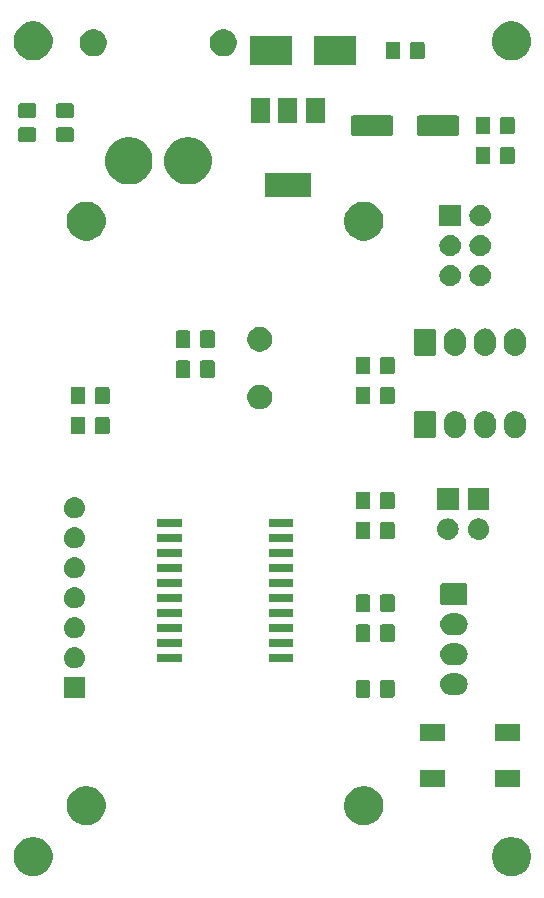
<source format=gts>
G04 #@! TF.GenerationSoftware,KiCad,Pcbnew,5.0.2-bee76a0~70~ubuntu16.04.1*
G04 #@! TF.CreationDate,2019-07-23T17:30:48+02:00*
G04 #@! TF.ProjectId,ATtiny_3.0,41547469-6e79-45f3-932e-302e6b696361,rev?*
G04 #@! TF.SameCoordinates,Original*
G04 #@! TF.FileFunction,Soldermask,Top*
G04 #@! TF.FilePolarity,Negative*
%FSLAX46Y46*%
G04 Gerber Fmt 4.6, Leading zero omitted, Abs format (unit mm)*
G04 Created by KiCad (PCBNEW 5.0.2-bee76a0~70~ubuntu16.04.1) date mar 23 jul 2019 17:30:48 CEST*
%MOMM*%
%LPD*%
G01*
G04 APERTURE LIST*
%ADD10C,0.100000*%
G04 APERTURE END LIST*
D10*
G36*
X95875256Y-102191298D02*
X95981579Y-102212447D01*
X96282042Y-102336903D01*
X96548852Y-102515180D01*
X96552454Y-102517587D01*
X96782413Y-102747546D01*
X96963098Y-103017960D01*
X97087553Y-103318422D01*
X97151000Y-103637389D01*
X97151000Y-103962611D01*
X97087553Y-104281578D01*
X96963098Y-104582040D01*
X96782413Y-104852454D01*
X96552454Y-105082413D01*
X96552451Y-105082415D01*
X96282042Y-105263097D01*
X95981579Y-105387553D01*
X95875256Y-105408702D01*
X95662611Y-105451000D01*
X95337389Y-105451000D01*
X95124744Y-105408702D01*
X95018421Y-105387553D01*
X94717958Y-105263097D01*
X94447549Y-105082415D01*
X94447546Y-105082413D01*
X94217587Y-104852454D01*
X94036902Y-104582040D01*
X93912447Y-104281578D01*
X93849000Y-103962611D01*
X93849000Y-103637389D01*
X93912447Y-103318422D01*
X94036902Y-103017960D01*
X94217587Y-102747546D01*
X94447546Y-102517587D01*
X94451148Y-102515180D01*
X94717958Y-102336903D01*
X95018421Y-102212447D01*
X95124744Y-102191298D01*
X95337389Y-102149000D01*
X95662611Y-102149000D01*
X95875256Y-102191298D01*
X95875256Y-102191298D01*
G37*
G36*
X136375256Y-102191298D02*
X136481579Y-102212447D01*
X136782042Y-102336903D01*
X137048852Y-102515180D01*
X137052454Y-102517587D01*
X137282413Y-102747546D01*
X137463098Y-103017960D01*
X137587553Y-103318422D01*
X137651000Y-103637389D01*
X137651000Y-103962611D01*
X137587553Y-104281578D01*
X137463098Y-104582040D01*
X137282413Y-104852454D01*
X137052454Y-105082413D01*
X137052451Y-105082415D01*
X136782042Y-105263097D01*
X136481579Y-105387553D01*
X136375256Y-105408702D01*
X136162611Y-105451000D01*
X135837389Y-105451000D01*
X135624744Y-105408702D01*
X135518421Y-105387553D01*
X135217958Y-105263097D01*
X134947549Y-105082415D01*
X134947546Y-105082413D01*
X134717587Y-104852454D01*
X134536902Y-104582040D01*
X134412447Y-104281578D01*
X134349000Y-103962611D01*
X134349000Y-103637389D01*
X134412447Y-103318422D01*
X134536902Y-103017960D01*
X134717587Y-102747546D01*
X134947546Y-102517587D01*
X134951148Y-102515180D01*
X135217958Y-102336903D01*
X135518421Y-102212447D01*
X135624744Y-102191298D01*
X135837389Y-102149000D01*
X136162611Y-102149000D01*
X136375256Y-102191298D01*
X136375256Y-102191298D01*
G37*
G36*
X100375256Y-97891298D02*
X100481579Y-97912447D01*
X100782042Y-98036903D01*
X101048852Y-98215180D01*
X101052454Y-98217587D01*
X101282413Y-98447546D01*
X101463098Y-98717960D01*
X101587553Y-99018422D01*
X101651000Y-99337389D01*
X101651000Y-99662611D01*
X101587553Y-99981578D01*
X101463098Y-100282040D01*
X101282413Y-100552454D01*
X101052454Y-100782413D01*
X101052451Y-100782415D01*
X100782042Y-100963097D01*
X100481579Y-101087553D01*
X100375256Y-101108702D01*
X100162611Y-101151000D01*
X99837389Y-101151000D01*
X99624744Y-101108702D01*
X99518421Y-101087553D01*
X99217958Y-100963097D01*
X98947549Y-100782415D01*
X98947546Y-100782413D01*
X98717587Y-100552454D01*
X98536902Y-100282040D01*
X98412447Y-99981578D01*
X98349000Y-99662611D01*
X98349000Y-99337389D01*
X98412447Y-99018422D01*
X98536902Y-98717960D01*
X98717587Y-98447546D01*
X98947546Y-98217587D01*
X98951148Y-98215180D01*
X99217958Y-98036903D01*
X99518421Y-97912447D01*
X99624744Y-97891298D01*
X99837389Y-97849000D01*
X100162611Y-97849000D01*
X100375256Y-97891298D01*
X100375256Y-97891298D01*
G37*
G36*
X123875256Y-97891298D02*
X123981579Y-97912447D01*
X124282042Y-98036903D01*
X124548852Y-98215180D01*
X124552454Y-98217587D01*
X124782413Y-98447546D01*
X124963098Y-98717960D01*
X125087553Y-99018422D01*
X125151000Y-99337389D01*
X125151000Y-99662611D01*
X125087553Y-99981578D01*
X124963098Y-100282040D01*
X124782413Y-100552454D01*
X124552454Y-100782413D01*
X124552451Y-100782415D01*
X124282042Y-100963097D01*
X123981579Y-101087553D01*
X123875256Y-101108702D01*
X123662611Y-101151000D01*
X123337389Y-101151000D01*
X123124744Y-101108702D01*
X123018421Y-101087553D01*
X122717958Y-100963097D01*
X122447549Y-100782415D01*
X122447546Y-100782413D01*
X122217587Y-100552454D01*
X122036902Y-100282040D01*
X121912447Y-99981578D01*
X121849000Y-99662611D01*
X121849000Y-99337389D01*
X121912447Y-99018422D01*
X122036902Y-98717960D01*
X122217587Y-98447546D01*
X122447546Y-98217587D01*
X122451148Y-98215180D01*
X122717958Y-98036903D01*
X123018421Y-97912447D01*
X123124744Y-97891298D01*
X123337389Y-97849000D01*
X123662611Y-97849000D01*
X123875256Y-97891298D01*
X123875256Y-97891298D01*
G37*
G36*
X136751000Y-97901000D02*
X134649000Y-97901000D01*
X134649000Y-96499000D01*
X136751000Y-96499000D01*
X136751000Y-97901000D01*
X136751000Y-97901000D01*
G37*
G36*
X130351000Y-97901000D02*
X128249000Y-97901000D01*
X128249000Y-96499000D01*
X130351000Y-96499000D01*
X130351000Y-97901000D01*
X130351000Y-97901000D01*
G37*
G36*
X136751000Y-94001000D02*
X134649000Y-94001000D01*
X134649000Y-92599000D01*
X136751000Y-92599000D01*
X136751000Y-94001000D01*
X136751000Y-94001000D01*
G37*
G36*
X130351000Y-94001000D02*
X128249000Y-94001000D01*
X128249000Y-92599000D01*
X130351000Y-92599000D01*
X130351000Y-94001000D01*
X130351000Y-94001000D01*
G37*
G36*
X99901000Y-90401000D02*
X98099000Y-90401000D01*
X98099000Y-88599000D01*
X99901000Y-88599000D01*
X99901000Y-90401000D01*
X99901000Y-90401000D01*
G37*
G36*
X123898677Y-88853465D02*
X123936364Y-88864898D01*
X123971103Y-88883466D01*
X124001548Y-88908452D01*
X124026534Y-88938897D01*
X124045102Y-88973636D01*
X124056535Y-89011323D01*
X124061000Y-89056661D01*
X124061000Y-90143339D01*
X124056535Y-90188677D01*
X124045102Y-90226364D01*
X124026534Y-90261103D01*
X124001548Y-90291548D01*
X123971103Y-90316534D01*
X123936364Y-90335102D01*
X123898677Y-90346535D01*
X123853339Y-90351000D01*
X123016661Y-90351000D01*
X122971323Y-90346535D01*
X122933636Y-90335102D01*
X122898897Y-90316534D01*
X122868452Y-90291548D01*
X122843466Y-90261103D01*
X122824898Y-90226364D01*
X122813465Y-90188677D01*
X122809000Y-90143339D01*
X122809000Y-89056661D01*
X122813465Y-89011323D01*
X122824898Y-88973636D01*
X122843466Y-88938897D01*
X122868452Y-88908452D01*
X122898897Y-88883466D01*
X122933636Y-88864898D01*
X122971323Y-88853465D01*
X123016661Y-88849000D01*
X123853339Y-88849000D01*
X123898677Y-88853465D01*
X123898677Y-88853465D01*
G37*
G36*
X125948677Y-88853465D02*
X125986364Y-88864898D01*
X126021103Y-88883466D01*
X126051548Y-88908452D01*
X126076534Y-88938897D01*
X126095102Y-88973636D01*
X126106535Y-89011323D01*
X126111000Y-89056661D01*
X126111000Y-90143339D01*
X126106535Y-90188677D01*
X126095102Y-90226364D01*
X126076534Y-90261103D01*
X126051548Y-90291548D01*
X126021103Y-90316534D01*
X125986364Y-90335102D01*
X125948677Y-90346535D01*
X125903339Y-90351000D01*
X125066661Y-90351000D01*
X125021323Y-90346535D01*
X124983636Y-90335102D01*
X124948897Y-90316534D01*
X124918452Y-90291548D01*
X124893466Y-90261103D01*
X124874898Y-90226364D01*
X124863465Y-90188677D01*
X124859000Y-90143339D01*
X124859000Y-89056661D01*
X124863465Y-89011323D01*
X124874898Y-88973636D01*
X124893466Y-88938897D01*
X124918452Y-88908452D01*
X124948897Y-88883466D01*
X124983636Y-88864898D01*
X125021323Y-88853465D01*
X125066661Y-88849000D01*
X125903339Y-88849000D01*
X125948677Y-88853465D01*
X125948677Y-88853465D01*
G37*
G36*
X131447845Y-88300942D02*
X131538048Y-88309826D01*
X131653787Y-88344935D01*
X131711658Y-88362490D01*
X131797179Y-88408202D01*
X131871656Y-88448011D01*
X131871658Y-88448012D01*
X131871657Y-88448012D01*
X132011896Y-88563104D01*
X132126988Y-88703343D01*
X132212510Y-88863342D01*
X132212510Y-88863343D01*
X132265174Y-89036952D01*
X132282956Y-89217500D01*
X132265174Y-89398048D01*
X132230065Y-89513787D01*
X132212510Y-89571658D01*
X132166798Y-89657179D01*
X132126989Y-89731656D01*
X132011896Y-89871896D01*
X131871656Y-89986989D01*
X131797179Y-90026798D01*
X131711658Y-90072510D01*
X131690833Y-90078827D01*
X131538048Y-90125174D01*
X131447845Y-90134058D01*
X131402745Y-90138500D01*
X130852255Y-90138500D01*
X130807155Y-90134058D01*
X130716952Y-90125174D01*
X130564167Y-90078827D01*
X130543342Y-90072510D01*
X130457821Y-90026798D01*
X130383344Y-89986989D01*
X130243104Y-89871896D01*
X130128011Y-89731656D01*
X130088202Y-89657179D01*
X130042490Y-89571658D01*
X130024935Y-89513787D01*
X129989826Y-89398048D01*
X129972044Y-89217500D01*
X129989826Y-89036952D01*
X130042490Y-88863343D01*
X130042490Y-88863342D01*
X130128012Y-88703343D01*
X130243104Y-88563104D01*
X130383343Y-88448012D01*
X130383342Y-88448012D01*
X130383344Y-88448011D01*
X130457821Y-88408202D01*
X130543342Y-88362490D01*
X130601213Y-88344935D01*
X130716952Y-88309826D01*
X130807155Y-88300942D01*
X130852255Y-88296500D01*
X131402745Y-88296500D01*
X131447845Y-88300942D01*
X131447845Y-88300942D01*
G37*
G36*
X99110442Y-86065518D02*
X99176627Y-86072037D01*
X99289853Y-86106384D01*
X99346467Y-86123557D01*
X99420900Y-86163343D01*
X99502991Y-86207222D01*
X99538729Y-86236552D01*
X99640186Y-86319814D01*
X99723448Y-86421271D01*
X99752778Y-86457009D01*
X99752779Y-86457011D01*
X99836443Y-86613533D01*
X99836443Y-86613534D01*
X99887963Y-86783373D01*
X99905359Y-86960000D01*
X99887963Y-87136627D01*
X99871270Y-87191656D01*
X99836443Y-87306467D01*
X99762348Y-87445087D01*
X99752778Y-87462991D01*
X99723448Y-87498729D01*
X99640186Y-87600186D01*
X99538729Y-87683448D01*
X99502991Y-87712778D01*
X99502989Y-87712779D01*
X99346467Y-87796443D01*
X99289853Y-87813616D01*
X99176627Y-87847963D01*
X99110443Y-87854481D01*
X99044260Y-87861000D01*
X98955740Y-87861000D01*
X98889557Y-87854481D01*
X98823373Y-87847963D01*
X98710147Y-87813616D01*
X98653533Y-87796443D01*
X98497011Y-87712779D01*
X98497009Y-87712778D01*
X98461271Y-87683448D01*
X98359814Y-87600186D01*
X98276552Y-87498729D01*
X98247222Y-87462991D01*
X98237652Y-87445087D01*
X98163557Y-87306467D01*
X98128730Y-87191656D01*
X98112037Y-87136627D01*
X98094641Y-86960000D01*
X98112037Y-86783373D01*
X98163557Y-86613534D01*
X98163557Y-86613533D01*
X98247221Y-86457011D01*
X98247222Y-86457009D01*
X98276552Y-86421271D01*
X98359814Y-86319814D01*
X98461271Y-86236552D01*
X98497009Y-86207222D01*
X98579100Y-86163343D01*
X98653533Y-86123557D01*
X98710147Y-86106384D01*
X98823373Y-86072037D01*
X98889558Y-86065518D01*
X98955740Y-86059000D01*
X99044260Y-86059000D01*
X99110442Y-86065518D01*
X99110442Y-86065518D01*
G37*
G36*
X131447845Y-85760942D02*
X131538048Y-85769826D01*
X131653787Y-85804935D01*
X131711658Y-85822490D01*
X131797179Y-85868202D01*
X131871656Y-85908011D01*
X132011896Y-86023104D01*
X132126989Y-86163344D01*
X132150442Y-86207222D01*
X132212510Y-86323342D01*
X132212510Y-86323343D01*
X132265174Y-86496952D01*
X132282956Y-86677500D01*
X132265174Y-86858048D01*
X132234247Y-86960000D01*
X132212510Y-87031658D01*
X132166798Y-87117179D01*
X132126989Y-87191656D01*
X132011896Y-87331896D01*
X131871656Y-87446989D01*
X131841718Y-87462991D01*
X131711658Y-87532510D01*
X131653787Y-87550065D01*
X131538048Y-87585174D01*
X131447845Y-87594058D01*
X131402745Y-87598500D01*
X130852255Y-87598500D01*
X130807155Y-87594058D01*
X130716952Y-87585174D01*
X130601213Y-87550065D01*
X130543342Y-87532510D01*
X130413282Y-87462991D01*
X130383344Y-87446989D01*
X130243104Y-87331896D01*
X130128011Y-87191656D01*
X130088202Y-87117179D01*
X130042490Y-87031658D01*
X130020753Y-86960000D01*
X129989826Y-86858048D01*
X129972044Y-86677500D01*
X129989826Y-86496952D01*
X130042490Y-86323343D01*
X130042490Y-86323342D01*
X130104558Y-86207222D01*
X130128011Y-86163344D01*
X130243104Y-86023104D01*
X130383344Y-85908011D01*
X130457821Y-85868202D01*
X130543342Y-85822490D01*
X130601213Y-85804935D01*
X130716952Y-85769826D01*
X130807155Y-85760942D01*
X130852255Y-85756500D01*
X131402745Y-85756500D01*
X131447845Y-85760942D01*
X131447845Y-85760942D01*
G37*
G36*
X108086000Y-87346000D02*
X106034000Y-87346000D01*
X106034000Y-86644000D01*
X108086000Y-86644000D01*
X108086000Y-87346000D01*
X108086000Y-87346000D01*
G37*
G36*
X117486000Y-87346000D02*
X115434000Y-87346000D01*
X115434000Y-86644000D01*
X117486000Y-86644000D01*
X117486000Y-87346000D01*
X117486000Y-87346000D01*
G37*
G36*
X108086000Y-86076000D02*
X106034000Y-86076000D01*
X106034000Y-85374000D01*
X108086000Y-85374000D01*
X108086000Y-86076000D01*
X108086000Y-86076000D01*
G37*
G36*
X117486000Y-86076000D02*
X115434000Y-86076000D01*
X115434000Y-85374000D01*
X117486000Y-85374000D01*
X117486000Y-86076000D01*
X117486000Y-86076000D01*
G37*
G36*
X125948677Y-84152965D02*
X125986364Y-84164398D01*
X126021103Y-84182966D01*
X126051548Y-84207952D01*
X126076534Y-84238397D01*
X126095102Y-84273136D01*
X126106535Y-84310823D01*
X126111000Y-84356161D01*
X126111000Y-85442839D01*
X126106535Y-85488177D01*
X126095102Y-85525864D01*
X126076534Y-85560603D01*
X126051548Y-85591048D01*
X126021103Y-85616034D01*
X125986364Y-85634602D01*
X125948677Y-85646035D01*
X125903339Y-85650500D01*
X125066661Y-85650500D01*
X125021323Y-85646035D01*
X124983636Y-85634602D01*
X124948897Y-85616034D01*
X124918452Y-85591048D01*
X124893466Y-85560603D01*
X124874898Y-85525864D01*
X124863465Y-85488177D01*
X124859000Y-85442839D01*
X124859000Y-84356161D01*
X124863465Y-84310823D01*
X124874898Y-84273136D01*
X124893466Y-84238397D01*
X124918452Y-84207952D01*
X124948897Y-84182966D01*
X124983636Y-84164398D01*
X125021323Y-84152965D01*
X125066661Y-84148500D01*
X125903339Y-84148500D01*
X125948677Y-84152965D01*
X125948677Y-84152965D01*
G37*
G36*
X123898677Y-84152965D02*
X123936364Y-84164398D01*
X123971103Y-84182966D01*
X124001548Y-84207952D01*
X124026534Y-84238397D01*
X124045102Y-84273136D01*
X124056535Y-84310823D01*
X124061000Y-84356161D01*
X124061000Y-85442839D01*
X124056535Y-85488177D01*
X124045102Y-85525864D01*
X124026534Y-85560603D01*
X124001548Y-85591048D01*
X123971103Y-85616034D01*
X123936364Y-85634602D01*
X123898677Y-85646035D01*
X123853339Y-85650500D01*
X123016661Y-85650500D01*
X122971323Y-85646035D01*
X122933636Y-85634602D01*
X122898897Y-85616034D01*
X122868452Y-85591048D01*
X122843466Y-85560603D01*
X122824898Y-85525864D01*
X122813465Y-85488177D01*
X122809000Y-85442839D01*
X122809000Y-84356161D01*
X122813465Y-84310823D01*
X122824898Y-84273136D01*
X122843466Y-84238397D01*
X122868452Y-84207952D01*
X122898897Y-84182966D01*
X122933636Y-84164398D01*
X122971323Y-84152965D01*
X123016661Y-84148500D01*
X123853339Y-84148500D01*
X123898677Y-84152965D01*
X123898677Y-84152965D01*
G37*
G36*
X99110443Y-83525519D02*
X99176627Y-83532037D01*
X99289853Y-83566384D01*
X99346467Y-83583557D01*
X99420900Y-83623343D01*
X99502991Y-83667222D01*
X99538729Y-83696552D01*
X99640186Y-83779814D01*
X99723448Y-83881271D01*
X99752778Y-83917009D01*
X99752779Y-83917011D01*
X99836443Y-84073533D01*
X99836443Y-84073534D01*
X99887963Y-84243373D01*
X99905359Y-84420000D01*
X99887963Y-84596627D01*
X99871270Y-84651656D01*
X99836443Y-84766467D01*
X99762348Y-84905087D01*
X99752778Y-84922991D01*
X99723448Y-84958729D01*
X99640186Y-85060186D01*
X99538729Y-85143448D01*
X99502991Y-85172778D01*
X99502989Y-85172779D01*
X99346467Y-85256443D01*
X99289853Y-85273616D01*
X99176627Y-85307963D01*
X99110442Y-85314482D01*
X99044260Y-85321000D01*
X98955740Y-85321000D01*
X98889558Y-85314482D01*
X98823373Y-85307963D01*
X98710147Y-85273616D01*
X98653533Y-85256443D01*
X98497011Y-85172779D01*
X98497009Y-85172778D01*
X98461271Y-85143448D01*
X98359814Y-85060186D01*
X98276552Y-84958729D01*
X98247222Y-84922991D01*
X98237652Y-84905087D01*
X98163557Y-84766467D01*
X98128730Y-84651656D01*
X98112037Y-84596627D01*
X98094641Y-84420000D01*
X98112037Y-84243373D01*
X98163557Y-84073534D01*
X98163557Y-84073533D01*
X98247221Y-83917011D01*
X98247222Y-83917009D01*
X98276552Y-83881271D01*
X98359814Y-83779814D01*
X98461271Y-83696552D01*
X98497009Y-83667222D01*
X98579100Y-83623343D01*
X98653533Y-83583557D01*
X98710147Y-83566384D01*
X98823373Y-83532037D01*
X98889557Y-83525519D01*
X98955740Y-83519000D01*
X99044260Y-83519000D01*
X99110443Y-83525519D01*
X99110443Y-83525519D01*
G37*
G36*
X131447845Y-83220942D02*
X131538048Y-83229826D01*
X131653787Y-83264935D01*
X131711658Y-83282490D01*
X131797179Y-83328202D01*
X131871656Y-83368011D01*
X132011896Y-83483104D01*
X132126989Y-83623344D01*
X132150442Y-83667222D01*
X132212510Y-83783342D01*
X132212510Y-83783343D01*
X132265174Y-83956952D01*
X132282956Y-84137500D01*
X132265174Y-84318048D01*
X132253612Y-84356161D01*
X132212510Y-84491658D01*
X132166798Y-84577179D01*
X132126989Y-84651656D01*
X132011896Y-84791896D01*
X131871656Y-84906989D01*
X131841718Y-84922991D01*
X131711658Y-84992510D01*
X131653787Y-85010065D01*
X131538048Y-85045174D01*
X131447845Y-85054058D01*
X131402745Y-85058500D01*
X130852255Y-85058500D01*
X130807155Y-85054058D01*
X130716952Y-85045174D01*
X130601213Y-85010065D01*
X130543342Y-84992510D01*
X130413282Y-84922991D01*
X130383344Y-84906989D01*
X130243104Y-84791896D01*
X130128011Y-84651656D01*
X130088202Y-84577179D01*
X130042490Y-84491658D01*
X130001388Y-84356161D01*
X129989826Y-84318048D01*
X129972044Y-84137500D01*
X129989826Y-83956952D01*
X130042490Y-83783343D01*
X130042490Y-83783342D01*
X130104558Y-83667222D01*
X130128011Y-83623344D01*
X130243104Y-83483104D01*
X130383344Y-83368011D01*
X130457821Y-83328202D01*
X130543342Y-83282490D01*
X130601213Y-83264935D01*
X130716952Y-83229826D01*
X130807155Y-83220942D01*
X130852255Y-83216500D01*
X131402745Y-83216500D01*
X131447845Y-83220942D01*
X131447845Y-83220942D01*
G37*
G36*
X117486000Y-84806000D02*
X115434000Y-84806000D01*
X115434000Y-84104000D01*
X117486000Y-84104000D01*
X117486000Y-84806000D01*
X117486000Y-84806000D01*
G37*
G36*
X108086000Y-84806000D02*
X106034000Y-84806000D01*
X106034000Y-84104000D01*
X108086000Y-84104000D01*
X108086000Y-84806000D01*
X108086000Y-84806000D01*
G37*
G36*
X108086000Y-83536000D02*
X106034000Y-83536000D01*
X106034000Y-82834000D01*
X108086000Y-82834000D01*
X108086000Y-83536000D01*
X108086000Y-83536000D01*
G37*
G36*
X117486000Y-83536000D02*
X115434000Y-83536000D01*
X115434000Y-82834000D01*
X117486000Y-82834000D01*
X117486000Y-83536000D01*
X117486000Y-83536000D01*
G37*
G36*
X123898677Y-81612965D02*
X123936364Y-81624398D01*
X123971103Y-81642966D01*
X124001548Y-81667952D01*
X124026534Y-81698397D01*
X124045102Y-81733136D01*
X124056535Y-81770823D01*
X124061000Y-81816161D01*
X124061000Y-82902839D01*
X124056535Y-82948177D01*
X124045102Y-82985864D01*
X124026534Y-83020603D01*
X124001548Y-83051048D01*
X123971103Y-83076034D01*
X123936364Y-83094602D01*
X123898677Y-83106035D01*
X123853339Y-83110500D01*
X123016661Y-83110500D01*
X122971323Y-83106035D01*
X122933636Y-83094602D01*
X122898897Y-83076034D01*
X122868452Y-83051048D01*
X122843466Y-83020603D01*
X122824898Y-82985864D01*
X122813465Y-82948177D01*
X122809000Y-82902839D01*
X122809000Y-81816161D01*
X122813465Y-81770823D01*
X122824898Y-81733136D01*
X122843466Y-81698397D01*
X122868452Y-81667952D01*
X122898897Y-81642966D01*
X122933636Y-81624398D01*
X122971323Y-81612965D01*
X123016661Y-81608500D01*
X123853339Y-81608500D01*
X123898677Y-81612965D01*
X123898677Y-81612965D01*
G37*
G36*
X125948677Y-81612965D02*
X125986364Y-81624398D01*
X126021103Y-81642966D01*
X126051548Y-81667952D01*
X126076534Y-81698397D01*
X126095102Y-81733136D01*
X126106535Y-81770823D01*
X126111000Y-81816161D01*
X126111000Y-82902839D01*
X126106535Y-82948177D01*
X126095102Y-82985864D01*
X126076534Y-83020603D01*
X126051548Y-83051048D01*
X126021103Y-83076034D01*
X125986364Y-83094602D01*
X125948677Y-83106035D01*
X125903339Y-83110500D01*
X125066661Y-83110500D01*
X125021323Y-83106035D01*
X124983636Y-83094602D01*
X124948897Y-83076034D01*
X124918452Y-83051048D01*
X124893466Y-83020603D01*
X124874898Y-82985864D01*
X124863465Y-82948177D01*
X124859000Y-82902839D01*
X124859000Y-81816161D01*
X124863465Y-81770823D01*
X124874898Y-81733136D01*
X124893466Y-81698397D01*
X124918452Y-81667952D01*
X124948897Y-81642966D01*
X124983636Y-81624398D01*
X125021323Y-81612965D01*
X125066661Y-81608500D01*
X125903339Y-81608500D01*
X125948677Y-81612965D01*
X125948677Y-81612965D01*
G37*
G36*
X99110442Y-80985518D02*
X99176627Y-80992037D01*
X99289853Y-81026384D01*
X99346467Y-81043557D01*
X99485087Y-81117652D01*
X99502991Y-81127222D01*
X99538729Y-81156552D01*
X99640186Y-81239814D01*
X99723448Y-81341271D01*
X99752778Y-81377009D01*
X99752779Y-81377011D01*
X99836443Y-81533533D01*
X99836443Y-81533534D01*
X99887963Y-81703373D01*
X99905359Y-81880000D01*
X99887963Y-82056627D01*
X99853616Y-82169853D01*
X99836443Y-82226467D01*
X99777474Y-82336788D01*
X99752778Y-82382991D01*
X99730708Y-82409883D01*
X99640186Y-82520186D01*
X99538729Y-82603448D01*
X99502991Y-82632778D01*
X99502989Y-82632779D01*
X99346467Y-82716443D01*
X99289853Y-82733616D01*
X99176627Y-82767963D01*
X99110443Y-82774481D01*
X99044260Y-82781000D01*
X98955740Y-82781000D01*
X98889557Y-82774481D01*
X98823373Y-82767963D01*
X98710147Y-82733616D01*
X98653533Y-82716443D01*
X98497011Y-82632779D01*
X98497009Y-82632778D01*
X98461271Y-82603448D01*
X98359814Y-82520186D01*
X98269292Y-82409883D01*
X98247222Y-82382991D01*
X98222526Y-82336788D01*
X98163557Y-82226467D01*
X98146384Y-82169853D01*
X98112037Y-82056627D01*
X98094641Y-81880000D01*
X98112037Y-81703373D01*
X98163557Y-81533534D01*
X98163557Y-81533533D01*
X98247221Y-81377011D01*
X98247222Y-81377009D01*
X98276552Y-81341271D01*
X98359814Y-81239814D01*
X98461271Y-81156552D01*
X98497009Y-81127222D01*
X98514913Y-81117652D01*
X98653533Y-81043557D01*
X98710147Y-81026384D01*
X98823373Y-80992037D01*
X98889558Y-80985518D01*
X98955740Y-80979000D01*
X99044260Y-80979000D01*
X99110442Y-80985518D01*
X99110442Y-80985518D01*
G37*
G36*
X132137060Y-80680466D02*
X132169883Y-80690423D01*
X132200132Y-80706592D01*
X132226648Y-80728352D01*
X132248408Y-80754868D01*
X132264577Y-80785117D01*
X132274534Y-80817940D01*
X132278500Y-80858212D01*
X132278500Y-82336788D01*
X132274534Y-82377060D01*
X132264577Y-82409883D01*
X132248408Y-82440132D01*
X132226648Y-82466648D01*
X132200132Y-82488408D01*
X132169883Y-82504577D01*
X132137060Y-82514534D01*
X132096788Y-82518500D01*
X130158212Y-82518500D01*
X130117940Y-82514534D01*
X130085117Y-82504577D01*
X130054868Y-82488408D01*
X130028352Y-82466648D01*
X130006592Y-82440132D01*
X129990423Y-82409883D01*
X129980466Y-82377060D01*
X129976500Y-82336788D01*
X129976500Y-80858212D01*
X129980466Y-80817940D01*
X129990423Y-80785117D01*
X130006592Y-80754868D01*
X130028352Y-80728352D01*
X130054868Y-80706592D01*
X130085117Y-80690423D01*
X130117940Y-80680466D01*
X130158212Y-80676500D01*
X132096788Y-80676500D01*
X132137060Y-80680466D01*
X132137060Y-80680466D01*
G37*
G36*
X117486000Y-82266000D02*
X115434000Y-82266000D01*
X115434000Y-81564000D01*
X117486000Y-81564000D01*
X117486000Y-82266000D01*
X117486000Y-82266000D01*
G37*
G36*
X108086000Y-82266000D02*
X106034000Y-82266000D01*
X106034000Y-81564000D01*
X108086000Y-81564000D01*
X108086000Y-82266000D01*
X108086000Y-82266000D01*
G37*
G36*
X117486000Y-80996000D02*
X115434000Y-80996000D01*
X115434000Y-80294000D01*
X117486000Y-80294000D01*
X117486000Y-80996000D01*
X117486000Y-80996000D01*
G37*
G36*
X108086000Y-80996000D02*
X106034000Y-80996000D01*
X106034000Y-80294000D01*
X108086000Y-80294000D01*
X108086000Y-80996000D01*
X108086000Y-80996000D01*
G37*
G36*
X99110442Y-78445518D02*
X99176627Y-78452037D01*
X99289853Y-78486384D01*
X99346467Y-78503557D01*
X99485087Y-78577652D01*
X99502991Y-78587222D01*
X99538729Y-78616552D01*
X99640186Y-78699814D01*
X99723448Y-78801271D01*
X99752778Y-78837009D01*
X99752779Y-78837011D01*
X99836443Y-78993533D01*
X99836443Y-78993534D01*
X99887963Y-79163373D01*
X99905359Y-79340000D01*
X99887963Y-79516627D01*
X99853616Y-79629853D01*
X99836443Y-79686467D01*
X99762348Y-79825087D01*
X99752778Y-79842991D01*
X99723448Y-79878729D01*
X99640186Y-79980186D01*
X99538729Y-80063448D01*
X99502991Y-80092778D01*
X99502989Y-80092779D01*
X99346467Y-80176443D01*
X99289853Y-80193616D01*
X99176627Y-80227963D01*
X99110442Y-80234482D01*
X99044260Y-80241000D01*
X98955740Y-80241000D01*
X98889558Y-80234482D01*
X98823373Y-80227963D01*
X98710147Y-80193616D01*
X98653533Y-80176443D01*
X98497011Y-80092779D01*
X98497009Y-80092778D01*
X98461271Y-80063448D01*
X98359814Y-79980186D01*
X98276552Y-79878729D01*
X98247222Y-79842991D01*
X98237652Y-79825087D01*
X98163557Y-79686467D01*
X98146384Y-79629853D01*
X98112037Y-79516627D01*
X98094641Y-79340000D01*
X98112037Y-79163373D01*
X98163557Y-78993534D01*
X98163557Y-78993533D01*
X98247221Y-78837011D01*
X98247222Y-78837009D01*
X98276552Y-78801271D01*
X98359814Y-78699814D01*
X98461271Y-78616552D01*
X98497009Y-78587222D01*
X98514913Y-78577652D01*
X98653533Y-78503557D01*
X98710147Y-78486384D01*
X98823373Y-78452037D01*
X98889558Y-78445518D01*
X98955740Y-78439000D01*
X99044260Y-78439000D01*
X99110442Y-78445518D01*
X99110442Y-78445518D01*
G37*
G36*
X117486000Y-79726000D02*
X115434000Y-79726000D01*
X115434000Y-79024000D01*
X117486000Y-79024000D01*
X117486000Y-79726000D01*
X117486000Y-79726000D01*
G37*
G36*
X108086000Y-79726000D02*
X106034000Y-79726000D01*
X106034000Y-79024000D01*
X108086000Y-79024000D01*
X108086000Y-79726000D01*
X108086000Y-79726000D01*
G37*
G36*
X117486000Y-78456000D02*
X115434000Y-78456000D01*
X115434000Y-77754000D01*
X117486000Y-77754000D01*
X117486000Y-78456000D01*
X117486000Y-78456000D01*
G37*
G36*
X108086000Y-78456000D02*
X106034000Y-78456000D01*
X106034000Y-77754000D01*
X108086000Y-77754000D01*
X108086000Y-78456000D01*
X108086000Y-78456000D01*
G37*
G36*
X99110443Y-75905519D02*
X99176627Y-75912037D01*
X99289853Y-75946384D01*
X99346467Y-75963557D01*
X99485087Y-76037652D01*
X99502991Y-76047222D01*
X99534401Y-76073000D01*
X99640186Y-76159814D01*
X99723448Y-76261271D01*
X99752778Y-76297009D01*
X99752779Y-76297011D01*
X99836443Y-76453533D01*
X99836443Y-76453534D01*
X99887963Y-76623373D01*
X99905359Y-76800000D01*
X99887963Y-76976627D01*
X99853616Y-77089853D01*
X99836443Y-77146467D01*
X99762348Y-77285087D01*
X99752778Y-77302991D01*
X99723448Y-77338729D01*
X99640186Y-77440186D01*
X99538729Y-77523448D01*
X99502991Y-77552778D01*
X99502989Y-77552779D01*
X99346467Y-77636443D01*
X99289853Y-77653616D01*
X99176627Y-77687963D01*
X99110443Y-77694481D01*
X99044260Y-77701000D01*
X98955740Y-77701000D01*
X98889557Y-77694481D01*
X98823373Y-77687963D01*
X98710147Y-77653616D01*
X98653533Y-77636443D01*
X98497011Y-77552779D01*
X98497009Y-77552778D01*
X98461271Y-77523448D01*
X98359814Y-77440186D01*
X98276552Y-77338729D01*
X98247222Y-77302991D01*
X98237652Y-77285087D01*
X98163557Y-77146467D01*
X98146384Y-77089853D01*
X98112037Y-76976627D01*
X98094641Y-76800000D01*
X98112037Y-76623373D01*
X98163557Y-76453534D01*
X98163557Y-76453533D01*
X98247221Y-76297011D01*
X98247222Y-76297009D01*
X98276552Y-76261271D01*
X98359814Y-76159814D01*
X98465599Y-76073000D01*
X98497009Y-76047222D01*
X98514913Y-76037652D01*
X98653533Y-75963557D01*
X98710147Y-75946384D01*
X98823373Y-75912037D01*
X98889557Y-75905519D01*
X98955740Y-75899000D01*
X99044260Y-75899000D01*
X99110443Y-75905519D01*
X99110443Y-75905519D01*
G37*
G36*
X117486000Y-77186000D02*
X115434000Y-77186000D01*
X115434000Y-76484000D01*
X117486000Y-76484000D01*
X117486000Y-77186000D01*
X117486000Y-77186000D01*
G37*
G36*
X108086000Y-77186000D02*
X106034000Y-77186000D01*
X106034000Y-76484000D01*
X108086000Y-76484000D01*
X108086000Y-77186000D01*
X108086000Y-77186000D01*
G37*
G36*
X130730442Y-75178518D02*
X130796627Y-75185037D01*
X130892105Y-75214000D01*
X130966467Y-75236557D01*
X131105087Y-75310652D01*
X131122991Y-75320222D01*
X131158729Y-75349552D01*
X131260186Y-75432814D01*
X131338891Y-75528718D01*
X131372778Y-75570009D01*
X131372779Y-75570011D01*
X131456443Y-75726533D01*
X131456443Y-75726534D01*
X131507963Y-75896373D01*
X131525359Y-76073000D01*
X131507963Y-76249627D01*
X131493590Y-76297009D01*
X131456443Y-76419467D01*
X131421949Y-76484000D01*
X131372778Y-76575991D01*
X131343448Y-76611729D01*
X131260186Y-76713186D01*
X131158729Y-76796448D01*
X131122991Y-76825778D01*
X131122989Y-76825779D01*
X130966467Y-76909443D01*
X130909853Y-76926616D01*
X130796627Y-76960963D01*
X130730442Y-76967482D01*
X130664260Y-76974000D01*
X130575740Y-76974000D01*
X130509558Y-76967482D01*
X130443373Y-76960963D01*
X130330147Y-76926616D01*
X130273533Y-76909443D01*
X130117011Y-76825779D01*
X130117009Y-76825778D01*
X130081271Y-76796448D01*
X129979814Y-76713186D01*
X129896552Y-76611729D01*
X129867222Y-76575991D01*
X129818051Y-76484000D01*
X129783557Y-76419467D01*
X129746410Y-76297009D01*
X129732037Y-76249627D01*
X129714641Y-76073000D01*
X129732037Y-75896373D01*
X129783557Y-75726534D01*
X129783557Y-75726533D01*
X129867221Y-75570011D01*
X129867222Y-75570009D01*
X129901109Y-75528718D01*
X129979814Y-75432814D01*
X130081271Y-75349552D01*
X130117009Y-75320222D01*
X130134913Y-75310652D01*
X130273533Y-75236557D01*
X130347895Y-75214000D01*
X130443373Y-75185037D01*
X130509558Y-75178518D01*
X130575740Y-75172000D01*
X130664260Y-75172000D01*
X130730442Y-75178518D01*
X130730442Y-75178518D01*
G37*
G36*
X133333442Y-75178518D02*
X133399627Y-75185037D01*
X133495105Y-75214000D01*
X133569467Y-75236557D01*
X133708087Y-75310652D01*
X133725991Y-75320222D01*
X133761729Y-75349552D01*
X133863186Y-75432814D01*
X133941891Y-75528718D01*
X133975778Y-75570009D01*
X133975779Y-75570011D01*
X134059443Y-75726533D01*
X134059443Y-75726534D01*
X134110963Y-75896373D01*
X134128359Y-76073000D01*
X134110963Y-76249627D01*
X134096590Y-76297009D01*
X134059443Y-76419467D01*
X134024949Y-76484000D01*
X133975778Y-76575991D01*
X133946448Y-76611729D01*
X133863186Y-76713186D01*
X133761729Y-76796448D01*
X133725991Y-76825778D01*
X133725989Y-76825779D01*
X133569467Y-76909443D01*
X133512853Y-76926616D01*
X133399627Y-76960963D01*
X133333442Y-76967482D01*
X133267260Y-76974000D01*
X133178740Y-76974000D01*
X133112558Y-76967482D01*
X133046373Y-76960963D01*
X132933147Y-76926616D01*
X132876533Y-76909443D01*
X132720011Y-76825779D01*
X132720009Y-76825778D01*
X132684271Y-76796448D01*
X132582814Y-76713186D01*
X132499552Y-76611729D01*
X132470222Y-76575991D01*
X132421051Y-76484000D01*
X132386557Y-76419467D01*
X132349410Y-76297009D01*
X132335037Y-76249627D01*
X132317641Y-76073000D01*
X132335037Y-75896373D01*
X132386557Y-75726534D01*
X132386557Y-75726533D01*
X132470221Y-75570011D01*
X132470222Y-75570009D01*
X132504109Y-75528718D01*
X132582814Y-75432814D01*
X132684271Y-75349552D01*
X132720009Y-75320222D01*
X132737913Y-75310652D01*
X132876533Y-75236557D01*
X132950895Y-75214000D01*
X133046373Y-75185037D01*
X133112558Y-75178518D01*
X133178740Y-75172000D01*
X133267260Y-75172000D01*
X133333442Y-75178518D01*
X133333442Y-75178518D01*
G37*
G36*
X125948677Y-75453465D02*
X125986364Y-75464898D01*
X126021103Y-75483466D01*
X126051548Y-75508452D01*
X126076534Y-75538897D01*
X126095102Y-75573636D01*
X126106535Y-75611323D01*
X126111000Y-75656661D01*
X126111000Y-76743339D01*
X126106535Y-76788677D01*
X126095102Y-76826364D01*
X126076534Y-76861103D01*
X126051548Y-76891548D01*
X126021103Y-76916534D01*
X125986364Y-76935102D01*
X125948677Y-76946535D01*
X125903339Y-76951000D01*
X125066661Y-76951000D01*
X125021323Y-76946535D01*
X124983636Y-76935102D01*
X124948897Y-76916534D01*
X124918452Y-76891548D01*
X124893466Y-76861103D01*
X124874898Y-76826364D01*
X124863465Y-76788677D01*
X124859000Y-76743339D01*
X124859000Y-75656661D01*
X124863465Y-75611323D01*
X124874898Y-75573636D01*
X124893466Y-75538897D01*
X124918452Y-75508452D01*
X124948897Y-75483466D01*
X124983636Y-75464898D01*
X125021323Y-75453465D01*
X125066661Y-75449000D01*
X125903339Y-75449000D01*
X125948677Y-75453465D01*
X125948677Y-75453465D01*
G37*
G36*
X123898677Y-75453465D02*
X123936364Y-75464898D01*
X123971103Y-75483466D01*
X124001548Y-75508452D01*
X124026534Y-75538897D01*
X124045102Y-75573636D01*
X124056535Y-75611323D01*
X124061000Y-75656661D01*
X124061000Y-76743339D01*
X124056535Y-76788677D01*
X124045102Y-76826364D01*
X124026534Y-76861103D01*
X124001548Y-76891548D01*
X123971103Y-76916534D01*
X123936364Y-76935102D01*
X123898677Y-76946535D01*
X123853339Y-76951000D01*
X123016661Y-76951000D01*
X122971323Y-76946535D01*
X122933636Y-76935102D01*
X122898897Y-76916534D01*
X122868452Y-76891548D01*
X122843466Y-76861103D01*
X122824898Y-76826364D01*
X122813465Y-76788677D01*
X122809000Y-76743339D01*
X122809000Y-75656661D01*
X122813465Y-75611323D01*
X122824898Y-75573636D01*
X122843466Y-75538897D01*
X122868452Y-75508452D01*
X122898897Y-75483466D01*
X122933636Y-75464898D01*
X122971323Y-75453465D01*
X123016661Y-75449000D01*
X123853339Y-75449000D01*
X123898677Y-75453465D01*
X123898677Y-75453465D01*
G37*
G36*
X108086000Y-75916000D02*
X106034000Y-75916000D01*
X106034000Y-75214000D01*
X108086000Y-75214000D01*
X108086000Y-75916000D01*
X108086000Y-75916000D01*
G37*
G36*
X117486000Y-75916000D02*
X115434000Y-75916000D01*
X115434000Y-75214000D01*
X117486000Y-75214000D01*
X117486000Y-75916000D01*
X117486000Y-75916000D01*
G37*
G36*
X99110443Y-73365519D02*
X99176627Y-73372037D01*
X99289853Y-73406384D01*
X99346467Y-73423557D01*
X99485087Y-73497652D01*
X99502991Y-73507222D01*
X99538729Y-73536552D01*
X99640186Y-73619814D01*
X99723448Y-73721271D01*
X99752778Y-73757009D01*
X99752779Y-73757011D01*
X99836443Y-73913533D01*
X99836443Y-73913534D01*
X99887963Y-74083373D01*
X99905359Y-74260000D01*
X99887963Y-74436627D01*
X99853616Y-74549853D01*
X99836443Y-74606467D01*
X99762348Y-74745087D01*
X99752778Y-74762991D01*
X99723448Y-74798729D01*
X99640186Y-74900186D01*
X99538729Y-74983448D01*
X99502991Y-75012778D01*
X99502989Y-75012779D01*
X99346467Y-75096443D01*
X99289853Y-75113616D01*
X99176627Y-75147963D01*
X99110442Y-75154482D01*
X99044260Y-75161000D01*
X98955740Y-75161000D01*
X98889558Y-75154482D01*
X98823373Y-75147963D01*
X98710147Y-75113616D01*
X98653533Y-75096443D01*
X98497011Y-75012779D01*
X98497009Y-75012778D01*
X98461271Y-74983448D01*
X98359814Y-74900186D01*
X98276552Y-74798729D01*
X98247222Y-74762991D01*
X98237652Y-74745087D01*
X98163557Y-74606467D01*
X98146384Y-74549853D01*
X98112037Y-74436627D01*
X98094641Y-74260000D01*
X98112037Y-74083373D01*
X98163557Y-73913534D01*
X98163557Y-73913533D01*
X98247221Y-73757011D01*
X98247222Y-73757009D01*
X98276552Y-73721271D01*
X98359814Y-73619814D01*
X98461271Y-73536552D01*
X98497009Y-73507222D01*
X98514913Y-73497652D01*
X98653533Y-73423557D01*
X98710147Y-73406384D01*
X98823373Y-73372037D01*
X98889557Y-73365519D01*
X98955740Y-73359000D01*
X99044260Y-73359000D01*
X99110443Y-73365519D01*
X99110443Y-73365519D01*
G37*
G36*
X134124000Y-74434000D02*
X132322000Y-74434000D01*
X132322000Y-72632000D01*
X134124000Y-72632000D01*
X134124000Y-74434000D01*
X134124000Y-74434000D01*
G37*
G36*
X131521000Y-74434000D02*
X129719000Y-74434000D01*
X129719000Y-72632000D01*
X131521000Y-72632000D01*
X131521000Y-74434000D01*
X131521000Y-74434000D01*
G37*
G36*
X123898677Y-72913465D02*
X123936364Y-72924898D01*
X123971103Y-72943466D01*
X124001548Y-72968452D01*
X124026534Y-72998897D01*
X124045102Y-73033636D01*
X124056535Y-73071323D01*
X124061000Y-73116661D01*
X124061000Y-74203339D01*
X124056535Y-74248677D01*
X124045102Y-74286364D01*
X124026534Y-74321103D01*
X124001548Y-74351548D01*
X123971103Y-74376534D01*
X123936364Y-74395102D01*
X123898677Y-74406535D01*
X123853339Y-74411000D01*
X123016661Y-74411000D01*
X122971323Y-74406535D01*
X122933636Y-74395102D01*
X122898897Y-74376534D01*
X122868452Y-74351548D01*
X122843466Y-74321103D01*
X122824898Y-74286364D01*
X122813465Y-74248677D01*
X122809000Y-74203339D01*
X122809000Y-73116661D01*
X122813465Y-73071323D01*
X122824898Y-73033636D01*
X122843466Y-72998897D01*
X122868452Y-72968452D01*
X122898897Y-72943466D01*
X122933636Y-72924898D01*
X122971323Y-72913465D01*
X123016661Y-72909000D01*
X123853339Y-72909000D01*
X123898677Y-72913465D01*
X123898677Y-72913465D01*
G37*
G36*
X125948677Y-72913465D02*
X125986364Y-72924898D01*
X126021103Y-72943466D01*
X126051548Y-72968452D01*
X126076534Y-72998897D01*
X126095102Y-73033636D01*
X126106535Y-73071323D01*
X126111000Y-73116661D01*
X126111000Y-74203339D01*
X126106535Y-74248677D01*
X126095102Y-74286364D01*
X126076534Y-74321103D01*
X126051548Y-74351548D01*
X126021103Y-74376534D01*
X125986364Y-74395102D01*
X125948677Y-74406535D01*
X125903339Y-74411000D01*
X125066661Y-74411000D01*
X125021323Y-74406535D01*
X124983636Y-74395102D01*
X124948897Y-74376534D01*
X124918452Y-74351548D01*
X124893466Y-74321103D01*
X124874898Y-74286364D01*
X124863465Y-74248677D01*
X124859000Y-74203339D01*
X124859000Y-73116661D01*
X124863465Y-73071323D01*
X124874898Y-73033636D01*
X124893466Y-72998897D01*
X124918452Y-72968452D01*
X124948897Y-72943466D01*
X124983636Y-72924898D01*
X125021323Y-72913465D01*
X125066661Y-72909000D01*
X125903339Y-72909000D01*
X125948677Y-72913465D01*
X125948677Y-72913465D01*
G37*
G36*
X131390547Y-66094435D02*
X131506286Y-66129544D01*
X131564157Y-66147099D01*
X131585718Y-66158624D01*
X131724155Y-66232620D01*
X131864396Y-66347713D01*
X131979489Y-66487953D01*
X132017464Y-66559000D01*
X132065010Y-66647951D01*
X132065297Y-66648897D01*
X132117674Y-66821561D01*
X132131000Y-66956865D01*
X132131000Y-67507352D01*
X132117674Y-67642657D01*
X132065010Y-67816266D01*
X131979489Y-67976265D01*
X131864396Y-68116505D01*
X131724156Y-68231598D01*
X131705314Y-68241669D01*
X131564158Y-68317119D01*
X131517551Y-68331257D01*
X131390548Y-68369783D01*
X131210000Y-68387565D01*
X131029453Y-68369783D01*
X130902450Y-68331257D01*
X130855843Y-68317119D01*
X130714687Y-68241669D01*
X130695845Y-68231598D01*
X130555605Y-68116505D01*
X130440512Y-67976265D01*
X130368705Y-67841925D01*
X130354990Y-67816267D01*
X130337435Y-67758396D01*
X130302326Y-67642657D01*
X130289000Y-67507353D01*
X130289000Y-66956866D01*
X130302326Y-66821562D01*
X130345280Y-66679962D01*
X130354990Y-66647952D01*
X130400150Y-66563465D01*
X130440511Y-66487954D01*
X130555604Y-66347713D01*
X130695844Y-66232620D01*
X130832685Y-66159477D01*
X130855842Y-66147099D01*
X130913713Y-66129544D01*
X131029452Y-66094435D01*
X131210000Y-66076653D01*
X131390547Y-66094435D01*
X131390547Y-66094435D01*
G37*
G36*
X136470547Y-66094435D02*
X136586286Y-66129544D01*
X136644157Y-66147099D01*
X136665718Y-66158624D01*
X136804155Y-66232620D01*
X136944396Y-66347713D01*
X137059489Y-66487953D01*
X137097464Y-66559000D01*
X137145010Y-66647951D01*
X137145297Y-66648897D01*
X137197674Y-66821561D01*
X137211000Y-66956865D01*
X137211000Y-67507352D01*
X137197674Y-67642657D01*
X137145010Y-67816266D01*
X137059489Y-67976265D01*
X136944396Y-68116505D01*
X136804156Y-68231598D01*
X136785314Y-68241669D01*
X136644158Y-68317119D01*
X136597551Y-68331257D01*
X136470548Y-68369783D01*
X136290000Y-68387565D01*
X136109453Y-68369783D01*
X135982450Y-68331257D01*
X135935843Y-68317119D01*
X135794687Y-68241669D01*
X135775845Y-68231598D01*
X135635605Y-68116505D01*
X135520512Y-67976265D01*
X135448705Y-67841925D01*
X135434990Y-67816267D01*
X135417435Y-67758396D01*
X135382326Y-67642657D01*
X135369000Y-67507353D01*
X135369000Y-66956866D01*
X135382326Y-66821562D01*
X135425280Y-66679962D01*
X135434990Y-66647952D01*
X135480150Y-66563465D01*
X135520511Y-66487954D01*
X135635604Y-66347713D01*
X135775844Y-66232620D01*
X135912685Y-66159477D01*
X135935842Y-66147099D01*
X135993713Y-66129544D01*
X136109452Y-66094435D01*
X136290000Y-66076653D01*
X136470547Y-66094435D01*
X136470547Y-66094435D01*
G37*
G36*
X133930547Y-66094435D02*
X134046286Y-66129544D01*
X134104157Y-66147099D01*
X134125718Y-66158624D01*
X134264155Y-66232620D01*
X134404396Y-66347713D01*
X134519489Y-66487953D01*
X134557464Y-66559000D01*
X134605010Y-66647951D01*
X134605297Y-66648897D01*
X134657674Y-66821561D01*
X134671000Y-66956865D01*
X134671000Y-67507352D01*
X134657674Y-67642657D01*
X134605010Y-67816266D01*
X134519489Y-67976265D01*
X134404396Y-68116505D01*
X134264156Y-68231598D01*
X134245314Y-68241669D01*
X134104158Y-68317119D01*
X134057551Y-68331257D01*
X133930548Y-68369783D01*
X133750000Y-68387565D01*
X133569453Y-68369783D01*
X133442450Y-68331257D01*
X133395843Y-68317119D01*
X133254687Y-68241669D01*
X133235845Y-68231598D01*
X133095605Y-68116505D01*
X132980512Y-67976265D01*
X132908705Y-67841925D01*
X132894990Y-67816267D01*
X132877435Y-67758396D01*
X132842326Y-67642657D01*
X132829000Y-67507353D01*
X132829000Y-66956866D01*
X132842326Y-66821562D01*
X132885280Y-66679962D01*
X132894990Y-66647952D01*
X132940150Y-66563465D01*
X132980511Y-66487954D01*
X133095604Y-66347713D01*
X133235844Y-66232620D01*
X133372685Y-66159477D01*
X133395842Y-66147099D01*
X133453713Y-66129544D01*
X133569452Y-66094435D01*
X133750000Y-66076653D01*
X133930547Y-66094435D01*
X133930547Y-66094435D01*
G37*
G36*
X129449560Y-66085075D02*
X129482383Y-66095032D01*
X129512632Y-66111201D01*
X129539148Y-66132961D01*
X129560908Y-66159477D01*
X129577077Y-66189726D01*
X129587034Y-66222549D01*
X129591000Y-66262821D01*
X129591000Y-68201397D01*
X129587034Y-68241669D01*
X129577077Y-68274492D01*
X129560908Y-68304741D01*
X129539148Y-68331257D01*
X129512632Y-68353017D01*
X129482383Y-68369186D01*
X129449560Y-68379143D01*
X129409288Y-68383109D01*
X127930712Y-68383109D01*
X127890440Y-68379143D01*
X127857617Y-68369186D01*
X127827368Y-68353017D01*
X127800852Y-68331257D01*
X127779092Y-68304741D01*
X127762923Y-68274492D01*
X127752966Y-68241669D01*
X127749000Y-68201397D01*
X127749000Y-66262821D01*
X127752966Y-66222549D01*
X127762923Y-66189726D01*
X127779092Y-66159477D01*
X127800852Y-66132961D01*
X127827368Y-66111201D01*
X127857617Y-66095032D01*
X127890440Y-66085075D01*
X127930712Y-66081109D01*
X129409288Y-66081109D01*
X129449560Y-66085075D01*
X129449560Y-66085075D01*
G37*
G36*
X99768677Y-66563465D02*
X99806364Y-66574898D01*
X99841103Y-66593466D01*
X99871548Y-66618452D01*
X99896534Y-66648897D01*
X99915102Y-66683636D01*
X99926535Y-66721323D01*
X99931000Y-66766661D01*
X99931000Y-67853339D01*
X99926535Y-67898677D01*
X99915102Y-67936364D01*
X99896534Y-67971103D01*
X99871548Y-68001548D01*
X99841103Y-68026534D01*
X99806364Y-68045102D01*
X99768677Y-68056535D01*
X99723339Y-68061000D01*
X98886661Y-68061000D01*
X98841323Y-68056535D01*
X98803636Y-68045102D01*
X98768897Y-68026534D01*
X98738452Y-68001548D01*
X98713466Y-67971103D01*
X98694898Y-67936364D01*
X98683465Y-67898677D01*
X98679000Y-67853339D01*
X98679000Y-66766661D01*
X98683465Y-66721323D01*
X98694898Y-66683636D01*
X98713466Y-66648897D01*
X98738452Y-66618452D01*
X98768897Y-66593466D01*
X98803636Y-66574898D01*
X98841323Y-66563465D01*
X98886661Y-66559000D01*
X99723339Y-66559000D01*
X99768677Y-66563465D01*
X99768677Y-66563465D01*
G37*
G36*
X101818677Y-66563465D02*
X101856364Y-66574898D01*
X101891103Y-66593466D01*
X101921548Y-66618452D01*
X101946534Y-66648897D01*
X101965102Y-66683636D01*
X101976535Y-66721323D01*
X101981000Y-66766661D01*
X101981000Y-67853339D01*
X101976535Y-67898677D01*
X101965102Y-67936364D01*
X101946534Y-67971103D01*
X101921548Y-68001548D01*
X101891103Y-68026534D01*
X101856364Y-68045102D01*
X101818677Y-68056535D01*
X101773339Y-68061000D01*
X100936661Y-68061000D01*
X100891323Y-68056535D01*
X100853636Y-68045102D01*
X100818897Y-68026534D01*
X100788452Y-68001548D01*
X100763466Y-67971103D01*
X100744898Y-67936364D01*
X100733465Y-67898677D01*
X100729000Y-67853339D01*
X100729000Y-66766661D01*
X100733465Y-66721323D01*
X100744898Y-66683636D01*
X100763466Y-66648897D01*
X100788452Y-66618452D01*
X100818897Y-66593466D01*
X100853636Y-66574898D01*
X100891323Y-66563465D01*
X100936661Y-66559000D01*
X101773339Y-66559000D01*
X101818677Y-66563465D01*
X101818677Y-66563465D01*
G37*
G36*
X114987565Y-63889389D02*
X115178834Y-63968615D01*
X115350976Y-64083637D01*
X115497363Y-64230024D01*
X115612385Y-64402166D01*
X115691611Y-64593435D01*
X115732000Y-64796484D01*
X115732000Y-65003516D01*
X115691611Y-65206565D01*
X115612385Y-65397834D01*
X115497363Y-65569976D01*
X115350976Y-65716363D01*
X115178834Y-65831385D01*
X114987565Y-65910611D01*
X114784516Y-65951000D01*
X114577484Y-65951000D01*
X114374435Y-65910611D01*
X114183166Y-65831385D01*
X114011024Y-65716363D01*
X113864637Y-65569976D01*
X113749615Y-65397834D01*
X113670389Y-65206565D01*
X113630000Y-65003516D01*
X113630000Y-64796484D01*
X113670389Y-64593435D01*
X113749615Y-64402166D01*
X113864637Y-64230024D01*
X114011024Y-64083637D01*
X114183166Y-63968615D01*
X114374435Y-63889389D01*
X114577484Y-63849000D01*
X114784516Y-63849000D01*
X114987565Y-63889389D01*
X114987565Y-63889389D01*
G37*
G36*
X101818677Y-64023465D02*
X101856364Y-64034898D01*
X101891103Y-64053466D01*
X101921548Y-64078452D01*
X101946534Y-64108897D01*
X101965102Y-64143636D01*
X101976535Y-64181323D01*
X101981000Y-64226661D01*
X101981000Y-65313339D01*
X101976535Y-65358677D01*
X101965102Y-65396364D01*
X101946534Y-65431103D01*
X101921548Y-65461548D01*
X101891103Y-65486534D01*
X101856364Y-65505102D01*
X101818677Y-65516535D01*
X101773339Y-65521000D01*
X100936661Y-65521000D01*
X100891323Y-65516535D01*
X100853636Y-65505102D01*
X100818897Y-65486534D01*
X100788452Y-65461548D01*
X100763466Y-65431103D01*
X100744898Y-65396364D01*
X100733465Y-65358677D01*
X100729000Y-65313339D01*
X100729000Y-64226661D01*
X100733465Y-64181323D01*
X100744898Y-64143636D01*
X100763466Y-64108897D01*
X100788452Y-64078452D01*
X100818897Y-64053466D01*
X100853636Y-64034898D01*
X100891323Y-64023465D01*
X100936661Y-64019000D01*
X101773339Y-64019000D01*
X101818677Y-64023465D01*
X101818677Y-64023465D01*
G37*
G36*
X99768677Y-64023465D02*
X99806364Y-64034898D01*
X99841103Y-64053466D01*
X99871548Y-64078452D01*
X99896534Y-64108897D01*
X99915102Y-64143636D01*
X99926535Y-64181323D01*
X99931000Y-64226661D01*
X99931000Y-65313339D01*
X99926535Y-65358677D01*
X99915102Y-65396364D01*
X99896534Y-65431103D01*
X99871548Y-65461548D01*
X99841103Y-65486534D01*
X99806364Y-65505102D01*
X99768677Y-65516535D01*
X99723339Y-65521000D01*
X98886661Y-65521000D01*
X98841323Y-65516535D01*
X98803636Y-65505102D01*
X98768897Y-65486534D01*
X98738452Y-65461548D01*
X98713466Y-65431103D01*
X98694898Y-65396364D01*
X98683465Y-65358677D01*
X98679000Y-65313339D01*
X98679000Y-64226661D01*
X98683465Y-64181323D01*
X98694898Y-64143636D01*
X98713466Y-64108897D01*
X98738452Y-64078452D01*
X98768897Y-64053466D01*
X98803636Y-64034898D01*
X98841323Y-64023465D01*
X98886661Y-64019000D01*
X99723339Y-64019000D01*
X99768677Y-64023465D01*
X99768677Y-64023465D01*
G37*
G36*
X123898677Y-64023465D02*
X123936364Y-64034898D01*
X123971103Y-64053466D01*
X124001548Y-64078452D01*
X124026534Y-64108897D01*
X124045102Y-64143636D01*
X124056535Y-64181323D01*
X124061000Y-64226661D01*
X124061000Y-65313339D01*
X124056535Y-65358677D01*
X124045102Y-65396364D01*
X124026534Y-65431103D01*
X124001548Y-65461548D01*
X123971103Y-65486534D01*
X123936364Y-65505102D01*
X123898677Y-65516535D01*
X123853339Y-65521000D01*
X123016661Y-65521000D01*
X122971323Y-65516535D01*
X122933636Y-65505102D01*
X122898897Y-65486534D01*
X122868452Y-65461548D01*
X122843466Y-65431103D01*
X122824898Y-65396364D01*
X122813465Y-65358677D01*
X122809000Y-65313339D01*
X122809000Y-64226661D01*
X122813465Y-64181323D01*
X122824898Y-64143636D01*
X122843466Y-64108897D01*
X122868452Y-64078452D01*
X122898897Y-64053466D01*
X122933636Y-64034898D01*
X122971323Y-64023465D01*
X123016661Y-64019000D01*
X123853339Y-64019000D01*
X123898677Y-64023465D01*
X123898677Y-64023465D01*
G37*
G36*
X125948677Y-64023465D02*
X125986364Y-64034898D01*
X126021103Y-64053466D01*
X126051548Y-64078452D01*
X126076534Y-64108897D01*
X126095102Y-64143636D01*
X126106535Y-64181323D01*
X126111000Y-64226661D01*
X126111000Y-65313339D01*
X126106535Y-65358677D01*
X126095102Y-65396364D01*
X126076534Y-65431103D01*
X126051548Y-65461548D01*
X126021103Y-65486534D01*
X125986364Y-65505102D01*
X125948677Y-65516535D01*
X125903339Y-65521000D01*
X125066661Y-65521000D01*
X125021323Y-65516535D01*
X124983636Y-65505102D01*
X124948897Y-65486534D01*
X124918452Y-65461548D01*
X124893466Y-65431103D01*
X124874898Y-65396364D01*
X124863465Y-65358677D01*
X124859000Y-65313339D01*
X124859000Y-64226661D01*
X124863465Y-64181323D01*
X124874898Y-64143636D01*
X124893466Y-64108897D01*
X124918452Y-64078452D01*
X124948897Y-64053466D01*
X124983636Y-64034898D01*
X125021323Y-64023465D01*
X125066661Y-64019000D01*
X125903339Y-64019000D01*
X125948677Y-64023465D01*
X125948677Y-64023465D01*
G37*
G36*
X108658677Y-61793465D02*
X108696364Y-61804898D01*
X108731103Y-61823466D01*
X108761548Y-61848452D01*
X108786534Y-61878897D01*
X108805102Y-61913636D01*
X108816535Y-61951323D01*
X108821000Y-61996661D01*
X108821000Y-63083339D01*
X108816535Y-63128677D01*
X108805102Y-63166364D01*
X108786534Y-63201103D01*
X108761548Y-63231548D01*
X108731103Y-63256534D01*
X108696364Y-63275102D01*
X108658677Y-63286535D01*
X108613339Y-63291000D01*
X107776661Y-63291000D01*
X107731323Y-63286535D01*
X107693636Y-63275102D01*
X107658897Y-63256534D01*
X107628452Y-63231548D01*
X107603466Y-63201103D01*
X107584898Y-63166364D01*
X107573465Y-63128677D01*
X107569000Y-63083339D01*
X107569000Y-61996661D01*
X107573465Y-61951323D01*
X107584898Y-61913636D01*
X107603466Y-61878897D01*
X107628452Y-61848452D01*
X107658897Y-61823466D01*
X107693636Y-61804898D01*
X107731323Y-61793465D01*
X107776661Y-61789000D01*
X108613339Y-61789000D01*
X108658677Y-61793465D01*
X108658677Y-61793465D01*
G37*
G36*
X110708677Y-61793465D02*
X110746364Y-61804898D01*
X110781103Y-61823466D01*
X110811548Y-61848452D01*
X110836534Y-61878897D01*
X110855102Y-61913636D01*
X110866535Y-61951323D01*
X110871000Y-61996661D01*
X110871000Y-63083339D01*
X110866535Y-63128677D01*
X110855102Y-63166364D01*
X110836534Y-63201103D01*
X110811548Y-63231548D01*
X110781103Y-63256534D01*
X110746364Y-63275102D01*
X110708677Y-63286535D01*
X110663339Y-63291000D01*
X109826661Y-63291000D01*
X109781323Y-63286535D01*
X109743636Y-63275102D01*
X109708897Y-63256534D01*
X109678452Y-63231548D01*
X109653466Y-63201103D01*
X109634898Y-63166364D01*
X109623465Y-63128677D01*
X109619000Y-63083339D01*
X109619000Y-61996661D01*
X109623465Y-61951323D01*
X109634898Y-61913636D01*
X109653466Y-61878897D01*
X109678452Y-61848452D01*
X109708897Y-61823466D01*
X109743636Y-61804898D01*
X109781323Y-61793465D01*
X109826661Y-61789000D01*
X110663339Y-61789000D01*
X110708677Y-61793465D01*
X110708677Y-61793465D01*
G37*
G36*
X125948677Y-61483465D02*
X125986364Y-61494898D01*
X126021103Y-61513466D01*
X126051548Y-61538452D01*
X126076534Y-61568897D01*
X126095102Y-61603636D01*
X126106535Y-61641323D01*
X126111000Y-61686661D01*
X126111000Y-62773339D01*
X126106535Y-62818677D01*
X126095102Y-62856364D01*
X126076534Y-62891103D01*
X126051548Y-62921548D01*
X126021103Y-62946534D01*
X125986364Y-62965102D01*
X125948677Y-62976535D01*
X125903339Y-62981000D01*
X125066661Y-62981000D01*
X125021323Y-62976535D01*
X124983636Y-62965102D01*
X124948897Y-62946534D01*
X124918452Y-62921548D01*
X124893466Y-62891103D01*
X124874898Y-62856364D01*
X124863465Y-62818677D01*
X124859000Y-62773339D01*
X124859000Y-61686661D01*
X124863465Y-61641323D01*
X124874898Y-61603636D01*
X124893466Y-61568897D01*
X124918452Y-61538452D01*
X124948897Y-61513466D01*
X124983636Y-61494898D01*
X125021323Y-61483465D01*
X125066661Y-61479000D01*
X125903339Y-61479000D01*
X125948677Y-61483465D01*
X125948677Y-61483465D01*
G37*
G36*
X123898677Y-61483465D02*
X123936364Y-61494898D01*
X123971103Y-61513466D01*
X124001548Y-61538452D01*
X124026534Y-61568897D01*
X124045102Y-61603636D01*
X124056535Y-61641323D01*
X124061000Y-61686661D01*
X124061000Y-62773339D01*
X124056535Y-62818677D01*
X124045102Y-62856364D01*
X124026534Y-62891103D01*
X124001548Y-62921548D01*
X123971103Y-62946534D01*
X123936364Y-62965102D01*
X123898677Y-62976535D01*
X123853339Y-62981000D01*
X123016661Y-62981000D01*
X122971323Y-62976535D01*
X122933636Y-62965102D01*
X122898897Y-62946534D01*
X122868452Y-62921548D01*
X122843466Y-62891103D01*
X122824898Y-62856364D01*
X122813465Y-62818677D01*
X122809000Y-62773339D01*
X122809000Y-61686661D01*
X122813465Y-61641323D01*
X122824898Y-61603636D01*
X122843466Y-61568897D01*
X122868452Y-61538452D01*
X122898897Y-61513466D01*
X122933636Y-61494898D01*
X122971323Y-61483465D01*
X123016661Y-61479000D01*
X123853339Y-61479000D01*
X123898677Y-61483465D01*
X123898677Y-61483465D01*
G37*
G36*
X133930547Y-59109435D02*
X134046286Y-59144544D01*
X134104157Y-59162099D01*
X134125718Y-59173624D01*
X134264155Y-59247620D01*
X134404396Y-59362713D01*
X134519489Y-59502953D01*
X134559298Y-59577430D01*
X134605010Y-59662951D01*
X134614257Y-59693435D01*
X134657674Y-59836561D01*
X134671000Y-59971865D01*
X134671000Y-60522352D01*
X134657674Y-60657657D01*
X134605010Y-60831266D01*
X134519489Y-60991265D01*
X134404396Y-61131505D01*
X134264156Y-61246598D01*
X134245314Y-61256669D01*
X134104158Y-61332119D01*
X134057551Y-61346257D01*
X133930548Y-61384783D01*
X133750000Y-61402565D01*
X133569453Y-61384783D01*
X133442450Y-61346257D01*
X133395843Y-61332119D01*
X133254687Y-61256669D01*
X133235845Y-61246598D01*
X133095605Y-61131505D01*
X132980512Y-60991265D01*
X132940703Y-60916789D01*
X132894990Y-60831267D01*
X132866632Y-60737782D01*
X132842326Y-60657657D01*
X132829000Y-60522353D01*
X132829000Y-59971866D01*
X132842326Y-59836562D01*
X132894990Y-59662953D01*
X132894990Y-59662952D01*
X132926183Y-59604595D01*
X132980511Y-59502954D01*
X133095604Y-59362713D01*
X133235844Y-59247620D01*
X133355548Y-59183637D01*
X133395842Y-59162099D01*
X133453713Y-59144544D01*
X133569452Y-59109435D01*
X133750000Y-59091653D01*
X133930547Y-59109435D01*
X133930547Y-59109435D01*
G37*
G36*
X136470547Y-59109435D02*
X136586286Y-59144544D01*
X136644157Y-59162099D01*
X136665718Y-59173624D01*
X136804155Y-59247620D01*
X136944396Y-59362713D01*
X137059489Y-59502953D01*
X137099298Y-59577430D01*
X137145010Y-59662951D01*
X137154257Y-59693435D01*
X137197674Y-59836561D01*
X137211000Y-59971865D01*
X137211000Y-60522352D01*
X137197674Y-60657657D01*
X137145010Y-60831266D01*
X137059489Y-60991265D01*
X136944396Y-61131505D01*
X136804156Y-61246598D01*
X136785314Y-61256669D01*
X136644158Y-61332119D01*
X136597551Y-61346257D01*
X136470548Y-61384783D01*
X136290000Y-61402565D01*
X136109453Y-61384783D01*
X135982450Y-61346257D01*
X135935843Y-61332119D01*
X135794687Y-61256669D01*
X135775845Y-61246598D01*
X135635605Y-61131505D01*
X135520512Y-60991265D01*
X135480703Y-60916789D01*
X135434990Y-60831267D01*
X135406632Y-60737782D01*
X135382326Y-60657657D01*
X135369000Y-60522353D01*
X135369000Y-59971866D01*
X135382326Y-59836562D01*
X135434990Y-59662953D01*
X135434990Y-59662952D01*
X135466183Y-59604595D01*
X135520511Y-59502954D01*
X135635604Y-59362713D01*
X135775844Y-59247620D01*
X135895548Y-59183637D01*
X135935842Y-59162099D01*
X135993713Y-59144544D01*
X136109452Y-59109435D01*
X136290000Y-59091653D01*
X136470547Y-59109435D01*
X136470547Y-59109435D01*
G37*
G36*
X131390547Y-59109435D02*
X131506286Y-59144544D01*
X131564157Y-59162099D01*
X131585718Y-59173624D01*
X131724155Y-59247620D01*
X131864396Y-59362713D01*
X131979489Y-59502953D01*
X132019298Y-59577430D01*
X132065010Y-59662951D01*
X132074257Y-59693435D01*
X132117674Y-59836561D01*
X132131000Y-59971865D01*
X132131000Y-60522352D01*
X132117674Y-60657657D01*
X132065010Y-60831266D01*
X131979489Y-60991265D01*
X131864396Y-61131505D01*
X131724156Y-61246598D01*
X131705314Y-61256669D01*
X131564158Y-61332119D01*
X131517551Y-61346257D01*
X131390548Y-61384783D01*
X131210000Y-61402565D01*
X131029453Y-61384783D01*
X130902450Y-61346257D01*
X130855843Y-61332119D01*
X130714687Y-61256669D01*
X130695845Y-61246598D01*
X130555605Y-61131505D01*
X130440512Y-60991265D01*
X130400703Y-60916789D01*
X130354990Y-60831267D01*
X130326632Y-60737782D01*
X130302326Y-60657657D01*
X130289000Y-60522353D01*
X130289000Y-59971866D01*
X130302326Y-59836562D01*
X130354990Y-59662953D01*
X130354990Y-59662952D01*
X130386183Y-59604595D01*
X130440511Y-59502954D01*
X130555604Y-59362713D01*
X130695844Y-59247620D01*
X130815548Y-59183637D01*
X130855842Y-59162099D01*
X130913713Y-59144544D01*
X131029452Y-59109435D01*
X131210000Y-59091653D01*
X131390547Y-59109435D01*
X131390547Y-59109435D01*
G37*
G36*
X129449560Y-59100075D02*
X129482383Y-59110032D01*
X129512632Y-59126201D01*
X129539148Y-59147961D01*
X129560908Y-59174477D01*
X129577077Y-59204726D01*
X129587034Y-59237549D01*
X129591000Y-59277821D01*
X129591000Y-61216397D01*
X129587034Y-61256669D01*
X129577077Y-61289492D01*
X129560908Y-61319741D01*
X129539148Y-61346257D01*
X129512632Y-61368017D01*
X129482383Y-61384186D01*
X129449560Y-61394143D01*
X129409288Y-61398109D01*
X127930712Y-61398109D01*
X127890440Y-61394143D01*
X127857617Y-61384186D01*
X127827368Y-61368017D01*
X127800852Y-61346257D01*
X127779092Y-61319741D01*
X127762923Y-61289492D01*
X127752966Y-61256669D01*
X127749000Y-61216397D01*
X127749000Y-59277821D01*
X127752966Y-59237549D01*
X127762923Y-59204726D01*
X127779092Y-59174477D01*
X127800852Y-59147961D01*
X127827368Y-59126201D01*
X127857617Y-59110032D01*
X127890440Y-59100075D01*
X127930712Y-59096109D01*
X129409288Y-59096109D01*
X129449560Y-59100075D01*
X129449560Y-59100075D01*
G37*
G36*
X114987565Y-58989389D02*
X115178834Y-59068615D01*
X115350976Y-59183637D01*
X115497363Y-59330024D01*
X115612385Y-59502166D01*
X115691611Y-59693435D01*
X115732000Y-59896484D01*
X115732000Y-60103516D01*
X115691611Y-60306565D01*
X115612385Y-60497834D01*
X115497363Y-60669976D01*
X115350976Y-60816363D01*
X115178834Y-60931385D01*
X114987565Y-61010611D01*
X114784516Y-61051000D01*
X114577484Y-61051000D01*
X114374435Y-61010611D01*
X114183166Y-60931385D01*
X114011024Y-60816363D01*
X113864637Y-60669976D01*
X113749615Y-60497834D01*
X113670389Y-60306565D01*
X113630000Y-60103516D01*
X113630000Y-59896484D01*
X113670389Y-59693435D01*
X113749615Y-59502166D01*
X113864637Y-59330024D01*
X114011024Y-59183637D01*
X114183166Y-59068615D01*
X114374435Y-58989389D01*
X114577484Y-58949000D01*
X114784516Y-58949000D01*
X114987565Y-58989389D01*
X114987565Y-58989389D01*
G37*
G36*
X108658677Y-59260965D02*
X108696364Y-59272398D01*
X108731103Y-59290966D01*
X108761548Y-59315952D01*
X108786534Y-59346397D01*
X108805102Y-59381136D01*
X108816535Y-59418823D01*
X108821000Y-59464161D01*
X108821000Y-60550839D01*
X108816535Y-60596177D01*
X108805102Y-60633864D01*
X108786534Y-60668603D01*
X108761548Y-60699048D01*
X108731103Y-60724034D01*
X108696364Y-60742602D01*
X108658677Y-60754035D01*
X108613339Y-60758500D01*
X107776661Y-60758500D01*
X107731323Y-60754035D01*
X107693636Y-60742602D01*
X107658897Y-60724034D01*
X107628452Y-60699048D01*
X107603466Y-60668603D01*
X107584898Y-60633864D01*
X107573465Y-60596177D01*
X107569000Y-60550839D01*
X107569000Y-59464161D01*
X107573465Y-59418823D01*
X107584898Y-59381136D01*
X107603466Y-59346397D01*
X107628452Y-59315952D01*
X107658897Y-59290966D01*
X107693636Y-59272398D01*
X107731323Y-59260965D01*
X107776661Y-59256500D01*
X108613339Y-59256500D01*
X108658677Y-59260965D01*
X108658677Y-59260965D01*
G37*
G36*
X110708677Y-59260965D02*
X110746364Y-59272398D01*
X110781103Y-59290966D01*
X110811548Y-59315952D01*
X110836534Y-59346397D01*
X110855102Y-59381136D01*
X110866535Y-59418823D01*
X110871000Y-59464161D01*
X110871000Y-60550839D01*
X110866535Y-60596177D01*
X110855102Y-60633864D01*
X110836534Y-60668603D01*
X110811548Y-60699048D01*
X110781103Y-60724034D01*
X110746364Y-60742602D01*
X110708677Y-60754035D01*
X110663339Y-60758500D01*
X109826661Y-60758500D01*
X109781323Y-60754035D01*
X109743636Y-60742602D01*
X109708897Y-60724034D01*
X109678452Y-60699048D01*
X109653466Y-60668603D01*
X109634898Y-60633864D01*
X109623465Y-60596177D01*
X109619000Y-60550839D01*
X109619000Y-59464161D01*
X109623465Y-59418823D01*
X109634898Y-59381136D01*
X109653466Y-59346397D01*
X109678452Y-59315952D01*
X109708897Y-59290966D01*
X109743636Y-59272398D01*
X109781323Y-59260965D01*
X109826661Y-59256500D01*
X110663339Y-59256500D01*
X110708677Y-59260965D01*
X110708677Y-59260965D01*
G37*
G36*
X130920442Y-53715518D02*
X130986627Y-53722037D01*
X131099853Y-53756384D01*
X131156467Y-53773557D01*
X131295087Y-53847652D01*
X131312991Y-53857222D01*
X131348729Y-53886552D01*
X131450186Y-53969814D01*
X131533448Y-54071271D01*
X131562778Y-54107009D01*
X131562779Y-54107011D01*
X131646443Y-54263533D01*
X131646443Y-54263534D01*
X131697963Y-54433373D01*
X131715359Y-54610000D01*
X131697963Y-54786627D01*
X131663616Y-54899853D01*
X131646443Y-54956467D01*
X131572348Y-55095087D01*
X131562778Y-55112991D01*
X131533448Y-55148729D01*
X131450186Y-55250186D01*
X131348729Y-55333448D01*
X131312991Y-55362778D01*
X131312989Y-55362779D01*
X131156467Y-55446443D01*
X131099853Y-55463616D01*
X130986627Y-55497963D01*
X130920442Y-55504482D01*
X130854260Y-55511000D01*
X130765740Y-55511000D01*
X130699558Y-55504482D01*
X130633373Y-55497963D01*
X130520147Y-55463616D01*
X130463533Y-55446443D01*
X130307011Y-55362779D01*
X130307009Y-55362778D01*
X130271271Y-55333448D01*
X130169814Y-55250186D01*
X130086552Y-55148729D01*
X130057222Y-55112991D01*
X130047652Y-55095087D01*
X129973557Y-54956467D01*
X129956384Y-54899853D01*
X129922037Y-54786627D01*
X129904641Y-54610000D01*
X129922037Y-54433373D01*
X129973557Y-54263534D01*
X129973557Y-54263533D01*
X130057221Y-54107011D01*
X130057222Y-54107009D01*
X130086552Y-54071271D01*
X130169814Y-53969814D01*
X130271271Y-53886552D01*
X130307009Y-53857222D01*
X130324913Y-53847652D01*
X130463533Y-53773557D01*
X130520147Y-53756384D01*
X130633373Y-53722037D01*
X130699558Y-53715518D01*
X130765740Y-53709000D01*
X130854260Y-53709000D01*
X130920442Y-53715518D01*
X130920442Y-53715518D01*
G37*
G36*
X133460442Y-53715518D02*
X133526627Y-53722037D01*
X133639853Y-53756384D01*
X133696467Y-53773557D01*
X133835087Y-53847652D01*
X133852991Y-53857222D01*
X133888729Y-53886552D01*
X133990186Y-53969814D01*
X134073448Y-54071271D01*
X134102778Y-54107009D01*
X134102779Y-54107011D01*
X134186443Y-54263533D01*
X134186443Y-54263534D01*
X134237963Y-54433373D01*
X134255359Y-54610000D01*
X134237963Y-54786627D01*
X134203616Y-54899853D01*
X134186443Y-54956467D01*
X134112348Y-55095087D01*
X134102778Y-55112991D01*
X134073448Y-55148729D01*
X133990186Y-55250186D01*
X133888729Y-55333448D01*
X133852991Y-55362778D01*
X133852989Y-55362779D01*
X133696467Y-55446443D01*
X133639853Y-55463616D01*
X133526627Y-55497963D01*
X133460442Y-55504482D01*
X133394260Y-55511000D01*
X133305740Y-55511000D01*
X133239558Y-55504482D01*
X133173373Y-55497963D01*
X133060147Y-55463616D01*
X133003533Y-55446443D01*
X132847011Y-55362779D01*
X132847009Y-55362778D01*
X132811271Y-55333448D01*
X132709814Y-55250186D01*
X132626552Y-55148729D01*
X132597222Y-55112991D01*
X132587652Y-55095087D01*
X132513557Y-54956467D01*
X132496384Y-54899853D01*
X132462037Y-54786627D01*
X132444641Y-54610000D01*
X132462037Y-54433373D01*
X132513557Y-54263534D01*
X132513557Y-54263533D01*
X132597221Y-54107011D01*
X132597222Y-54107009D01*
X132626552Y-54071271D01*
X132709814Y-53969814D01*
X132811271Y-53886552D01*
X132847009Y-53857222D01*
X132864913Y-53847652D01*
X133003533Y-53773557D01*
X133060147Y-53756384D01*
X133173373Y-53722037D01*
X133239558Y-53715518D01*
X133305740Y-53709000D01*
X133394260Y-53709000D01*
X133460442Y-53715518D01*
X133460442Y-53715518D01*
G37*
G36*
X130920443Y-51175519D02*
X130986627Y-51182037D01*
X131099853Y-51216384D01*
X131156467Y-51233557D01*
X131295087Y-51307652D01*
X131312991Y-51317222D01*
X131348729Y-51346552D01*
X131450186Y-51429814D01*
X131533448Y-51531271D01*
X131562778Y-51567009D01*
X131562779Y-51567011D01*
X131646443Y-51723533D01*
X131646443Y-51723534D01*
X131697963Y-51893373D01*
X131715359Y-52070000D01*
X131697963Y-52246627D01*
X131663616Y-52359853D01*
X131646443Y-52416467D01*
X131572348Y-52555087D01*
X131562778Y-52572991D01*
X131533448Y-52608729D01*
X131450186Y-52710186D01*
X131348729Y-52793448D01*
X131312991Y-52822778D01*
X131312989Y-52822779D01*
X131156467Y-52906443D01*
X131099853Y-52923616D01*
X130986627Y-52957963D01*
X130920442Y-52964482D01*
X130854260Y-52971000D01*
X130765740Y-52971000D01*
X130699558Y-52964482D01*
X130633373Y-52957963D01*
X130520147Y-52923616D01*
X130463533Y-52906443D01*
X130307011Y-52822779D01*
X130307009Y-52822778D01*
X130271271Y-52793448D01*
X130169814Y-52710186D01*
X130086552Y-52608729D01*
X130057222Y-52572991D01*
X130047652Y-52555087D01*
X129973557Y-52416467D01*
X129956384Y-52359853D01*
X129922037Y-52246627D01*
X129904641Y-52070000D01*
X129922037Y-51893373D01*
X129973557Y-51723534D01*
X129973557Y-51723533D01*
X130057221Y-51567011D01*
X130057222Y-51567009D01*
X130086552Y-51531271D01*
X130169814Y-51429814D01*
X130271271Y-51346552D01*
X130307009Y-51317222D01*
X130324913Y-51307652D01*
X130463533Y-51233557D01*
X130520147Y-51216384D01*
X130633373Y-51182037D01*
X130699557Y-51175519D01*
X130765740Y-51169000D01*
X130854260Y-51169000D01*
X130920443Y-51175519D01*
X130920443Y-51175519D01*
G37*
G36*
X133460443Y-51175519D02*
X133526627Y-51182037D01*
X133639853Y-51216384D01*
X133696467Y-51233557D01*
X133835087Y-51307652D01*
X133852991Y-51317222D01*
X133888729Y-51346552D01*
X133990186Y-51429814D01*
X134073448Y-51531271D01*
X134102778Y-51567009D01*
X134102779Y-51567011D01*
X134186443Y-51723533D01*
X134186443Y-51723534D01*
X134237963Y-51893373D01*
X134255359Y-52070000D01*
X134237963Y-52246627D01*
X134203616Y-52359853D01*
X134186443Y-52416467D01*
X134112348Y-52555087D01*
X134102778Y-52572991D01*
X134073448Y-52608729D01*
X133990186Y-52710186D01*
X133888729Y-52793448D01*
X133852991Y-52822778D01*
X133852989Y-52822779D01*
X133696467Y-52906443D01*
X133639853Y-52923616D01*
X133526627Y-52957963D01*
X133460442Y-52964482D01*
X133394260Y-52971000D01*
X133305740Y-52971000D01*
X133239558Y-52964482D01*
X133173373Y-52957963D01*
X133060147Y-52923616D01*
X133003533Y-52906443D01*
X132847011Y-52822779D01*
X132847009Y-52822778D01*
X132811271Y-52793448D01*
X132709814Y-52710186D01*
X132626552Y-52608729D01*
X132597222Y-52572991D01*
X132587652Y-52555087D01*
X132513557Y-52416467D01*
X132496384Y-52359853D01*
X132462037Y-52246627D01*
X132444641Y-52070000D01*
X132462037Y-51893373D01*
X132513557Y-51723534D01*
X132513557Y-51723533D01*
X132597221Y-51567011D01*
X132597222Y-51567009D01*
X132626552Y-51531271D01*
X132709814Y-51429814D01*
X132811271Y-51346552D01*
X132847009Y-51317222D01*
X132864913Y-51307652D01*
X133003533Y-51233557D01*
X133060147Y-51216384D01*
X133173373Y-51182037D01*
X133239557Y-51175519D01*
X133305740Y-51169000D01*
X133394260Y-51169000D01*
X133460443Y-51175519D01*
X133460443Y-51175519D01*
G37*
G36*
X123875256Y-48391298D02*
X123981579Y-48412447D01*
X124282042Y-48536903D01*
X124439386Y-48642037D01*
X124552454Y-48717587D01*
X124782413Y-48947546D01*
X124782415Y-48947549D01*
X124940096Y-49183534D01*
X124963098Y-49217960D01*
X125087553Y-49518422D01*
X125151000Y-49837389D01*
X125151000Y-50162611D01*
X125087553Y-50481578D01*
X124963098Y-50782040D01*
X124782413Y-51052454D01*
X124552454Y-51282413D01*
X124552451Y-51282415D01*
X124282042Y-51463097D01*
X123981579Y-51587553D01*
X123875256Y-51608702D01*
X123662611Y-51651000D01*
X123337389Y-51651000D01*
X123124744Y-51608702D01*
X123018421Y-51587553D01*
X122717958Y-51463097D01*
X122447549Y-51282415D01*
X122447546Y-51282413D01*
X122217587Y-51052454D01*
X122036902Y-50782040D01*
X121912447Y-50481578D01*
X121849000Y-50162611D01*
X121849000Y-49837389D01*
X121912447Y-49518422D01*
X122036902Y-49217960D01*
X122059905Y-49183534D01*
X122217585Y-48947549D01*
X122217587Y-48947546D01*
X122447546Y-48717587D01*
X122560614Y-48642037D01*
X122717958Y-48536903D01*
X123018421Y-48412447D01*
X123124744Y-48391298D01*
X123337389Y-48349000D01*
X123662611Y-48349000D01*
X123875256Y-48391298D01*
X123875256Y-48391298D01*
G37*
G36*
X100375256Y-48391298D02*
X100481579Y-48412447D01*
X100782042Y-48536903D01*
X100939386Y-48642037D01*
X101052454Y-48717587D01*
X101282413Y-48947546D01*
X101282415Y-48947549D01*
X101440096Y-49183534D01*
X101463098Y-49217960D01*
X101587553Y-49518422D01*
X101651000Y-49837389D01*
X101651000Y-50162611D01*
X101587553Y-50481578D01*
X101463098Y-50782040D01*
X101282413Y-51052454D01*
X101052454Y-51282413D01*
X101052451Y-51282415D01*
X100782042Y-51463097D01*
X100481579Y-51587553D01*
X100375256Y-51608702D01*
X100162611Y-51651000D01*
X99837389Y-51651000D01*
X99624744Y-51608702D01*
X99518421Y-51587553D01*
X99217958Y-51463097D01*
X98947549Y-51282415D01*
X98947546Y-51282413D01*
X98717587Y-51052454D01*
X98536902Y-50782040D01*
X98412447Y-50481578D01*
X98349000Y-50162611D01*
X98349000Y-49837389D01*
X98412447Y-49518422D01*
X98536902Y-49217960D01*
X98559905Y-49183534D01*
X98717585Y-48947549D01*
X98717587Y-48947546D01*
X98947546Y-48717587D01*
X99060614Y-48642037D01*
X99217958Y-48536903D01*
X99518421Y-48412447D01*
X99624744Y-48391298D01*
X99837389Y-48349000D01*
X100162611Y-48349000D01*
X100375256Y-48391298D01*
X100375256Y-48391298D01*
G37*
G36*
X133460443Y-48635519D02*
X133526627Y-48642037D01*
X133639853Y-48676384D01*
X133696467Y-48693557D01*
X133741423Y-48717587D01*
X133852991Y-48777222D01*
X133888729Y-48806552D01*
X133990186Y-48889814D01*
X134073448Y-48991271D01*
X134102778Y-49027009D01*
X134102779Y-49027011D01*
X134186443Y-49183533D01*
X134196886Y-49217960D01*
X134237963Y-49353373D01*
X134255359Y-49530000D01*
X134237963Y-49706627D01*
X134203616Y-49819853D01*
X134186443Y-49876467D01*
X134112348Y-50015087D01*
X134102778Y-50032991D01*
X134073448Y-50068729D01*
X133990186Y-50170186D01*
X133888729Y-50253448D01*
X133852991Y-50282778D01*
X133852989Y-50282779D01*
X133696467Y-50366443D01*
X133639853Y-50383616D01*
X133526627Y-50417963D01*
X133460443Y-50424481D01*
X133394260Y-50431000D01*
X133305740Y-50431000D01*
X133239558Y-50424482D01*
X133173373Y-50417963D01*
X133060147Y-50383616D01*
X133003533Y-50366443D01*
X132847011Y-50282779D01*
X132847009Y-50282778D01*
X132811271Y-50253448D01*
X132709814Y-50170186D01*
X132626552Y-50068729D01*
X132597222Y-50032991D01*
X132587652Y-50015087D01*
X132513557Y-49876467D01*
X132496384Y-49819853D01*
X132462037Y-49706627D01*
X132444641Y-49530000D01*
X132462037Y-49353373D01*
X132503114Y-49217960D01*
X132513557Y-49183533D01*
X132597221Y-49027011D01*
X132597222Y-49027009D01*
X132626552Y-48991271D01*
X132709814Y-48889814D01*
X132811271Y-48806552D01*
X132847009Y-48777222D01*
X132958577Y-48717587D01*
X133003533Y-48693557D01*
X133060147Y-48676384D01*
X133173373Y-48642037D01*
X133239557Y-48635519D01*
X133305740Y-48629000D01*
X133394260Y-48629000D01*
X133460443Y-48635519D01*
X133460443Y-48635519D01*
G37*
G36*
X131711000Y-50431000D02*
X129909000Y-50431000D01*
X129909000Y-48629000D01*
X131711000Y-48629000D01*
X131711000Y-50431000D01*
X131711000Y-50431000D01*
G37*
G36*
X119031000Y-47991000D02*
X115129000Y-47991000D01*
X115129000Y-45889000D01*
X119031000Y-45889000D01*
X119031000Y-47991000D01*
X119031000Y-47991000D01*
G37*
G36*
X109062807Y-42944765D02*
X109191670Y-42970397D01*
X109342509Y-43032877D01*
X109555828Y-43121236D01*
X109883566Y-43340224D01*
X110162276Y-43618934D01*
X110381264Y-43946672D01*
X110532103Y-44310831D01*
X110609000Y-44697417D01*
X110609000Y-45091583D01*
X110532103Y-45478169D01*
X110381264Y-45842328D01*
X110162276Y-46170066D01*
X109883566Y-46448776D01*
X109555828Y-46667764D01*
X109342509Y-46756123D01*
X109191670Y-46818603D01*
X109062807Y-46844235D01*
X108805083Y-46895500D01*
X108410917Y-46895500D01*
X108153193Y-46844235D01*
X108024330Y-46818603D01*
X107873491Y-46756123D01*
X107660172Y-46667764D01*
X107332434Y-46448776D01*
X107053724Y-46170066D01*
X106834736Y-45842328D01*
X106683897Y-45478169D01*
X106607000Y-45091583D01*
X106607000Y-44697417D01*
X106683897Y-44310831D01*
X106834736Y-43946672D01*
X107053724Y-43618934D01*
X107332434Y-43340224D01*
X107660172Y-43121236D01*
X107873491Y-43032877D01*
X108024330Y-42970397D01*
X108153193Y-42944765D01*
X108410917Y-42893500D01*
X108805083Y-42893500D01*
X109062807Y-42944765D01*
X109062807Y-42944765D01*
G37*
G36*
X104062807Y-42944765D02*
X104191670Y-42970397D01*
X104342509Y-43032877D01*
X104555828Y-43121236D01*
X104883566Y-43340224D01*
X105162276Y-43618934D01*
X105381264Y-43946672D01*
X105532103Y-44310831D01*
X105609000Y-44697417D01*
X105609000Y-45091583D01*
X105532103Y-45478169D01*
X105381264Y-45842328D01*
X105162276Y-46170066D01*
X104883566Y-46448776D01*
X104555828Y-46667764D01*
X104342509Y-46756123D01*
X104191670Y-46818603D01*
X104062807Y-46844235D01*
X103805083Y-46895500D01*
X103410917Y-46895500D01*
X103153193Y-46844235D01*
X103024330Y-46818603D01*
X102873491Y-46756123D01*
X102660172Y-46667764D01*
X102332434Y-46448776D01*
X102053724Y-46170066D01*
X101834736Y-45842328D01*
X101683897Y-45478169D01*
X101607000Y-45091583D01*
X101607000Y-44697417D01*
X101683897Y-44310831D01*
X101834736Y-43946672D01*
X102053724Y-43618934D01*
X102332434Y-43340224D01*
X102660172Y-43121236D01*
X102873491Y-43032877D01*
X103024330Y-42970397D01*
X103153193Y-42944765D01*
X103410917Y-42893500D01*
X103805083Y-42893500D01*
X104062807Y-42944765D01*
X104062807Y-42944765D01*
G37*
G36*
X136108677Y-43703465D02*
X136146364Y-43714898D01*
X136181103Y-43733466D01*
X136211548Y-43758452D01*
X136236534Y-43788897D01*
X136255102Y-43823636D01*
X136266535Y-43861323D01*
X136271000Y-43906661D01*
X136271000Y-44993339D01*
X136266535Y-45038677D01*
X136255102Y-45076364D01*
X136236534Y-45111103D01*
X136211548Y-45141548D01*
X136181103Y-45166534D01*
X136146364Y-45185102D01*
X136108677Y-45196535D01*
X136063339Y-45201000D01*
X135226661Y-45201000D01*
X135181323Y-45196535D01*
X135143636Y-45185102D01*
X135108897Y-45166534D01*
X135078452Y-45141548D01*
X135053466Y-45111103D01*
X135034898Y-45076364D01*
X135023465Y-45038677D01*
X135019000Y-44993339D01*
X135019000Y-43906661D01*
X135023465Y-43861323D01*
X135034898Y-43823636D01*
X135053466Y-43788897D01*
X135078452Y-43758452D01*
X135108897Y-43733466D01*
X135143636Y-43714898D01*
X135181323Y-43703465D01*
X135226661Y-43699000D01*
X136063339Y-43699000D01*
X136108677Y-43703465D01*
X136108677Y-43703465D01*
G37*
G36*
X134058677Y-43703465D02*
X134096364Y-43714898D01*
X134131103Y-43733466D01*
X134161548Y-43758452D01*
X134186534Y-43788897D01*
X134205102Y-43823636D01*
X134216535Y-43861323D01*
X134221000Y-43906661D01*
X134221000Y-44993339D01*
X134216535Y-45038677D01*
X134205102Y-45076364D01*
X134186534Y-45111103D01*
X134161548Y-45141548D01*
X134131103Y-45166534D01*
X134096364Y-45185102D01*
X134058677Y-45196535D01*
X134013339Y-45201000D01*
X133176661Y-45201000D01*
X133131323Y-45196535D01*
X133093636Y-45185102D01*
X133058897Y-45166534D01*
X133028452Y-45141548D01*
X133003466Y-45111103D01*
X132984898Y-45076364D01*
X132973465Y-45038677D01*
X132969000Y-44993339D01*
X132969000Y-43906661D01*
X132973465Y-43861323D01*
X132984898Y-43823636D01*
X133003466Y-43788897D01*
X133028452Y-43758452D01*
X133058897Y-43733466D01*
X133093636Y-43714898D01*
X133131323Y-43703465D01*
X133176661Y-43699000D01*
X134013339Y-43699000D01*
X134058677Y-43703465D01*
X134058677Y-43703465D01*
G37*
G36*
X95588677Y-42068465D02*
X95626364Y-42079898D01*
X95661103Y-42098466D01*
X95691548Y-42123452D01*
X95716534Y-42153897D01*
X95735102Y-42188636D01*
X95746535Y-42226323D01*
X95751000Y-42271661D01*
X95751000Y-43108339D01*
X95746535Y-43153677D01*
X95735102Y-43191364D01*
X95716534Y-43226103D01*
X95691548Y-43256548D01*
X95661103Y-43281534D01*
X95626364Y-43300102D01*
X95588677Y-43311535D01*
X95543339Y-43316000D01*
X94456661Y-43316000D01*
X94411323Y-43311535D01*
X94373636Y-43300102D01*
X94338897Y-43281534D01*
X94308452Y-43256548D01*
X94283466Y-43226103D01*
X94264898Y-43191364D01*
X94253465Y-43153677D01*
X94249000Y-43108339D01*
X94249000Y-42271661D01*
X94253465Y-42226323D01*
X94264898Y-42188636D01*
X94283466Y-42153897D01*
X94308452Y-42123452D01*
X94338897Y-42098466D01*
X94373636Y-42079898D01*
X94411323Y-42068465D01*
X94456661Y-42064000D01*
X95543339Y-42064000D01*
X95588677Y-42068465D01*
X95588677Y-42068465D01*
G37*
G36*
X98788677Y-42068465D02*
X98826364Y-42079898D01*
X98861103Y-42098466D01*
X98891548Y-42123452D01*
X98916534Y-42153897D01*
X98935102Y-42188636D01*
X98946535Y-42226323D01*
X98951000Y-42271661D01*
X98951000Y-43108339D01*
X98946535Y-43153677D01*
X98935102Y-43191364D01*
X98916534Y-43226103D01*
X98891548Y-43256548D01*
X98861103Y-43281534D01*
X98826364Y-43300102D01*
X98788677Y-43311535D01*
X98743339Y-43316000D01*
X97656661Y-43316000D01*
X97611323Y-43311535D01*
X97573636Y-43300102D01*
X97538897Y-43281534D01*
X97508452Y-43256548D01*
X97483466Y-43226103D01*
X97464898Y-43191364D01*
X97453465Y-43153677D01*
X97449000Y-43108339D01*
X97449000Y-42271661D01*
X97453465Y-42226323D01*
X97464898Y-42188636D01*
X97483466Y-42153897D01*
X97508452Y-42123452D01*
X97538897Y-42098466D01*
X97573636Y-42079898D01*
X97611323Y-42068465D01*
X97656661Y-42064000D01*
X98743339Y-42064000D01*
X98788677Y-42068465D01*
X98788677Y-42068465D01*
G37*
G36*
X131455996Y-41063051D02*
X131489653Y-41073261D01*
X131520667Y-41089838D01*
X131547852Y-41112148D01*
X131570162Y-41139333D01*
X131586739Y-41170347D01*
X131596949Y-41204004D01*
X131601000Y-41245138D01*
X131601000Y-42574862D01*
X131596949Y-42615996D01*
X131586739Y-42649653D01*
X131570162Y-42680667D01*
X131547852Y-42707852D01*
X131520667Y-42730162D01*
X131489653Y-42746739D01*
X131455996Y-42756949D01*
X131414862Y-42761000D01*
X128185138Y-42761000D01*
X128144004Y-42756949D01*
X128110347Y-42746739D01*
X128079333Y-42730162D01*
X128052148Y-42707852D01*
X128029838Y-42680667D01*
X128013261Y-42649653D01*
X128003051Y-42615996D01*
X127999000Y-42574862D01*
X127999000Y-41245138D01*
X128003051Y-41204004D01*
X128013261Y-41170347D01*
X128029838Y-41139333D01*
X128052148Y-41112148D01*
X128079333Y-41089838D01*
X128110347Y-41073261D01*
X128144004Y-41063051D01*
X128185138Y-41059000D01*
X131414862Y-41059000D01*
X131455996Y-41063051D01*
X131455996Y-41063051D01*
G37*
G36*
X125855996Y-41063051D02*
X125889653Y-41073261D01*
X125920667Y-41089838D01*
X125947852Y-41112148D01*
X125970162Y-41139333D01*
X125986739Y-41170347D01*
X125996949Y-41204004D01*
X126001000Y-41245138D01*
X126001000Y-42574862D01*
X125996949Y-42615996D01*
X125986739Y-42649653D01*
X125970162Y-42680667D01*
X125947852Y-42707852D01*
X125920667Y-42730162D01*
X125889653Y-42746739D01*
X125855996Y-42756949D01*
X125814862Y-42761000D01*
X122585138Y-42761000D01*
X122544004Y-42756949D01*
X122510347Y-42746739D01*
X122479333Y-42730162D01*
X122452148Y-42707852D01*
X122429838Y-42680667D01*
X122413261Y-42649653D01*
X122403051Y-42615996D01*
X122399000Y-42574862D01*
X122399000Y-41245138D01*
X122403051Y-41204004D01*
X122413261Y-41170347D01*
X122429838Y-41139333D01*
X122452148Y-41112148D01*
X122479333Y-41089838D01*
X122510347Y-41073261D01*
X122544004Y-41063051D01*
X122585138Y-41059000D01*
X125814862Y-41059000D01*
X125855996Y-41063051D01*
X125855996Y-41063051D01*
G37*
G36*
X136108677Y-41163465D02*
X136146364Y-41174898D01*
X136181103Y-41193466D01*
X136211548Y-41218452D01*
X136236534Y-41248897D01*
X136255102Y-41283636D01*
X136266535Y-41321323D01*
X136271000Y-41366661D01*
X136271000Y-42453339D01*
X136266535Y-42498677D01*
X136255102Y-42536364D01*
X136236534Y-42571103D01*
X136211548Y-42601548D01*
X136181103Y-42626534D01*
X136146364Y-42645102D01*
X136108677Y-42656535D01*
X136063339Y-42661000D01*
X135226661Y-42661000D01*
X135181323Y-42656535D01*
X135143636Y-42645102D01*
X135108897Y-42626534D01*
X135078452Y-42601548D01*
X135053466Y-42571103D01*
X135034898Y-42536364D01*
X135023465Y-42498677D01*
X135019000Y-42453339D01*
X135019000Y-41366661D01*
X135023465Y-41321323D01*
X135034898Y-41283636D01*
X135053466Y-41248897D01*
X135078452Y-41218452D01*
X135108897Y-41193466D01*
X135143636Y-41174898D01*
X135181323Y-41163465D01*
X135226661Y-41159000D01*
X136063339Y-41159000D01*
X136108677Y-41163465D01*
X136108677Y-41163465D01*
G37*
G36*
X134058677Y-41163465D02*
X134096364Y-41174898D01*
X134131103Y-41193466D01*
X134161548Y-41218452D01*
X134186534Y-41248897D01*
X134205102Y-41283636D01*
X134216535Y-41321323D01*
X134221000Y-41366661D01*
X134221000Y-42453339D01*
X134216535Y-42498677D01*
X134205102Y-42536364D01*
X134186534Y-42571103D01*
X134161548Y-42601548D01*
X134131103Y-42626534D01*
X134096364Y-42645102D01*
X134058677Y-42656535D01*
X134013339Y-42661000D01*
X133176661Y-42661000D01*
X133131323Y-42656535D01*
X133093636Y-42645102D01*
X133058897Y-42626534D01*
X133028452Y-42601548D01*
X133003466Y-42571103D01*
X132984898Y-42536364D01*
X132973465Y-42498677D01*
X132969000Y-42453339D01*
X132969000Y-41366661D01*
X132973465Y-41321323D01*
X132984898Y-41283636D01*
X133003466Y-41248897D01*
X133028452Y-41218452D01*
X133058897Y-41193466D01*
X133093636Y-41174898D01*
X133131323Y-41163465D01*
X133176661Y-41159000D01*
X134013339Y-41159000D01*
X134058677Y-41163465D01*
X134058677Y-41163465D01*
G37*
G36*
X117881000Y-41691000D02*
X116279000Y-41691000D01*
X116279000Y-39589000D01*
X117881000Y-39589000D01*
X117881000Y-41691000D01*
X117881000Y-41691000D01*
G37*
G36*
X115581000Y-41691000D02*
X113979000Y-41691000D01*
X113979000Y-39589000D01*
X115581000Y-39589000D01*
X115581000Y-41691000D01*
X115581000Y-41691000D01*
G37*
G36*
X120181000Y-41691000D02*
X118579000Y-41691000D01*
X118579000Y-39589000D01*
X120181000Y-39589000D01*
X120181000Y-41691000D01*
X120181000Y-41691000D01*
G37*
G36*
X98788677Y-40018465D02*
X98826364Y-40029898D01*
X98861103Y-40048466D01*
X98891548Y-40073452D01*
X98916534Y-40103897D01*
X98935102Y-40138636D01*
X98946535Y-40176323D01*
X98951000Y-40221661D01*
X98951000Y-41058339D01*
X98946535Y-41103677D01*
X98935102Y-41141364D01*
X98916534Y-41176103D01*
X98891548Y-41206548D01*
X98861103Y-41231534D01*
X98826364Y-41250102D01*
X98788677Y-41261535D01*
X98743339Y-41266000D01*
X97656661Y-41266000D01*
X97611323Y-41261535D01*
X97573636Y-41250102D01*
X97538897Y-41231534D01*
X97508452Y-41206548D01*
X97483466Y-41176103D01*
X97464898Y-41141364D01*
X97453465Y-41103677D01*
X97449000Y-41058339D01*
X97449000Y-40221661D01*
X97453465Y-40176323D01*
X97464898Y-40138636D01*
X97483466Y-40103897D01*
X97508452Y-40073452D01*
X97538897Y-40048466D01*
X97573636Y-40029898D01*
X97611323Y-40018465D01*
X97656661Y-40014000D01*
X98743339Y-40014000D01*
X98788677Y-40018465D01*
X98788677Y-40018465D01*
G37*
G36*
X95588677Y-40018465D02*
X95626364Y-40029898D01*
X95661103Y-40048466D01*
X95691548Y-40073452D01*
X95716534Y-40103897D01*
X95735102Y-40138636D01*
X95746535Y-40176323D01*
X95751000Y-40221661D01*
X95751000Y-41058339D01*
X95746535Y-41103677D01*
X95735102Y-41141364D01*
X95716534Y-41176103D01*
X95691548Y-41206548D01*
X95661103Y-41231534D01*
X95626364Y-41250102D01*
X95588677Y-41261535D01*
X95543339Y-41266000D01*
X94456661Y-41266000D01*
X94411323Y-41261535D01*
X94373636Y-41250102D01*
X94338897Y-41231534D01*
X94308452Y-41206548D01*
X94283466Y-41176103D01*
X94264898Y-41141364D01*
X94253465Y-41103677D01*
X94249000Y-41058339D01*
X94249000Y-40221661D01*
X94253465Y-40176323D01*
X94264898Y-40138636D01*
X94283466Y-40103897D01*
X94308452Y-40073452D01*
X94338897Y-40048466D01*
X94373636Y-40029898D01*
X94411323Y-40018465D01*
X94456661Y-40014000D01*
X95543339Y-40014000D01*
X95588677Y-40018465D01*
X95588677Y-40018465D01*
G37*
G36*
X117465000Y-36761000D02*
X113863000Y-36761000D01*
X113863000Y-34359000D01*
X117465000Y-34359000D01*
X117465000Y-36761000D01*
X117465000Y-36761000D01*
G37*
G36*
X122865000Y-36761000D02*
X119263000Y-36761000D01*
X119263000Y-34359000D01*
X122865000Y-34359000D01*
X122865000Y-36761000D01*
X122865000Y-36761000D01*
G37*
G36*
X136375256Y-33141298D02*
X136481579Y-33162447D01*
X136782042Y-33286903D01*
X137048852Y-33465180D01*
X137052454Y-33467587D01*
X137282413Y-33697546D01*
X137282415Y-33697549D01*
X137463097Y-33967958D01*
X137542967Y-34160780D01*
X137587553Y-34268422D01*
X137651000Y-34587389D01*
X137651000Y-34912611D01*
X137617471Y-35081173D01*
X137587821Y-35230234D01*
X137587553Y-35231578D01*
X137463098Y-35532040D01*
X137282413Y-35802454D01*
X137052454Y-36032413D01*
X137052451Y-36032415D01*
X136782042Y-36213097D01*
X136481579Y-36337553D01*
X136375256Y-36358702D01*
X136162611Y-36401000D01*
X135837389Y-36401000D01*
X135624744Y-36358702D01*
X135518421Y-36337553D01*
X135217958Y-36213097D01*
X134947549Y-36032415D01*
X134947546Y-36032413D01*
X134717587Y-35802454D01*
X134536902Y-35532040D01*
X134412447Y-35231578D01*
X134412180Y-35230234D01*
X134382529Y-35081173D01*
X134349000Y-34912611D01*
X134349000Y-34587389D01*
X134412447Y-34268422D01*
X134457034Y-34160780D01*
X134536903Y-33967958D01*
X134717585Y-33697549D01*
X134717587Y-33697546D01*
X134947546Y-33467587D01*
X134951148Y-33465180D01*
X135217958Y-33286903D01*
X135518421Y-33162447D01*
X135624744Y-33141298D01*
X135837389Y-33099000D01*
X136162611Y-33099000D01*
X136375256Y-33141298D01*
X136375256Y-33141298D01*
G37*
G36*
X95875256Y-33141298D02*
X95981579Y-33162447D01*
X96282042Y-33286903D01*
X96548852Y-33465180D01*
X96552454Y-33467587D01*
X96782413Y-33697546D01*
X96782415Y-33697549D01*
X96963097Y-33967958D01*
X97042967Y-34160780D01*
X97087553Y-34268422D01*
X97151000Y-34587389D01*
X97151000Y-34912611D01*
X97117471Y-35081173D01*
X97087821Y-35230234D01*
X97087553Y-35231578D01*
X96963098Y-35532040D01*
X96782413Y-35802454D01*
X96552454Y-36032413D01*
X96552451Y-36032415D01*
X96282042Y-36213097D01*
X95981579Y-36337553D01*
X95875256Y-36358702D01*
X95662611Y-36401000D01*
X95337389Y-36401000D01*
X95124744Y-36358702D01*
X95018421Y-36337553D01*
X94717958Y-36213097D01*
X94447549Y-36032415D01*
X94447546Y-36032413D01*
X94217587Y-35802454D01*
X94036902Y-35532040D01*
X93912447Y-35231578D01*
X93912180Y-35230234D01*
X93882529Y-35081173D01*
X93849000Y-34912611D01*
X93849000Y-34587389D01*
X93912447Y-34268422D01*
X93957034Y-34160780D01*
X94036903Y-33967958D01*
X94217585Y-33697549D01*
X94217587Y-33697546D01*
X94447546Y-33467587D01*
X94451148Y-33465180D01*
X94717958Y-33286903D01*
X95018421Y-33162447D01*
X95124744Y-33141298D01*
X95337389Y-33099000D01*
X95662611Y-33099000D01*
X95875256Y-33141298D01*
X95875256Y-33141298D01*
G37*
G36*
X128488677Y-34813465D02*
X128526364Y-34824898D01*
X128561103Y-34843466D01*
X128591548Y-34868452D01*
X128616534Y-34898897D01*
X128635102Y-34933636D01*
X128646535Y-34971323D01*
X128651000Y-35016661D01*
X128651000Y-36103339D01*
X128646535Y-36148677D01*
X128635102Y-36186364D01*
X128616534Y-36221103D01*
X128591548Y-36251548D01*
X128561103Y-36276534D01*
X128526364Y-36295102D01*
X128488677Y-36306535D01*
X128443339Y-36311000D01*
X127606661Y-36311000D01*
X127561323Y-36306535D01*
X127523636Y-36295102D01*
X127488897Y-36276534D01*
X127458452Y-36251548D01*
X127433466Y-36221103D01*
X127414898Y-36186364D01*
X127403465Y-36148677D01*
X127399000Y-36103339D01*
X127399000Y-35016661D01*
X127403465Y-34971323D01*
X127414898Y-34933636D01*
X127433466Y-34898897D01*
X127458452Y-34868452D01*
X127488897Y-34843466D01*
X127523636Y-34824898D01*
X127561323Y-34813465D01*
X127606661Y-34809000D01*
X128443339Y-34809000D01*
X128488677Y-34813465D01*
X128488677Y-34813465D01*
G37*
G36*
X126438677Y-34813465D02*
X126476364Y-34824898D01*
X126511103Y-34843466D01*
X126541548Y-34868452D01*
X126566534Y-34898897D01*
X126585102Y-34933636D01*
X126596535Y-34971323D01*
X126601000Y-35016661D01*
X126601000Y-36103339D01*
X126596535Y-36148677D01*
X126585102Y-36186364D01*
X126566534Y-36221103D01*
X126541548Y-36251548D01*
X126511103Y-36276534D01*
X126476364Y-36295102D01*
X126438677Y-36306535D01*
X126393339Y-36311000D01*
X125556661Y-36311000D01*
X125511323Y-36306535D01*
X125473636Y-36295102D01*
X125438897Y-36276534D01*
X125408452Y-36251548D01*
X125383466Y-36221103D01*
X125364898Y-36186364D01*
X125353465Y-36148677D01*
X125349000Y-36103339D01*
X125349000Y-35016661D01*
X125353465Y-34971323D01*
X125364898Y-34933636D01*
X125383466Y-34898897D01*
X125408452Y-34868452D01*
X125438897Y-34843466D01*
X125473636Y-34824898D01*
X125511323Y-34813465D01*
X125556661Y-34809000D01*
X126393339Y-34809000D01*
X126438677Y-34813465D01*
X126438677Y-34813465D01*
G37*
G36*
X111943734Y-33787732D02*
X112153202Y-33874496D01*
X112341723Y-34000462D01*
X112502038Y-34160777D01*
X112628004Y-34349298D01*
X112714768Y-34558766D01*
X112759000Y-34781135D01*
X112759000Y-35007865D01*
X112714768Y-35230234D01*
X112628004Y-35439702D01*
X112502038Y-35628223D01*
X112341723Y-35788538D01*
X112153202Y-35914504D01*
X111943734Y-36001268D01*
X111721365Y-36045500D01*
X111494635Y-36045500D01*
X111272266Y-36001268D01*
X111062798Y-35914504D01*
X110874277Y-35788538D01*
X110713962Y-35628223D01*
X110587996Y-35439702D01*
X110501232Y-35230234D01*
X110457000Y-35007865D01*
X110457000Y-34781135D01*
X110501232Y-34558766D01*
X110587996Y-34349298D01*
X110713962Y-34160777D01*
X110874277Y-34000462D01*
X111062798Y-33874496D01*
X111272266Y-33787732D01*
X111494635Y-33743500D01*
X111721365Y-33743500D01*
X111943734Y-33787732D01*
X111943734Y-33787732D01*
G37*
G36*
X100943734Y-33787732D02*
X101153202Y-33874496D01*
X101341723Y-34000462D01*
X101502038Y-34160777D01*
X101628004Y-34349298D01*
X101714768Y-34558766D01*
X101759000Y-34781135D01*
X101759000Y-35007865D01*
X101714768Y-35230234D01*
X101628004Y-35439702D01*
X101502038Y-35628223D01*
X101341723Y-35788538D01*
X101153202Y-35914504D01*
X100943734Y-36001268D01*
X100721365Y-36045500D01*
X100494635Y-36045500D01*
X100272266Y-36001268D01*
X100062798Y-35914504D01*
X99874277Y-35788538D01*
X99713962Y-35628223D01*
X99587996Y-35439702D01*
X99501232Y-35230234D01*
X99457000Y-35007865D01*
X99457000Y-34781135D01*
X99501232Y-34558766D01*
X99587996Y-34349298D01*
X99713962Y-34160777D01*
X99874277Y-34000462D01*
X100062798Y-33874496D01*
X100272266Y-33787732D01*
X100494635Y-33743500D01*
X100721365Y-33743500D01*
X100943734Y-33787732D01*
X100943734Y-33787732D01*
G37*
M02*

</source>
